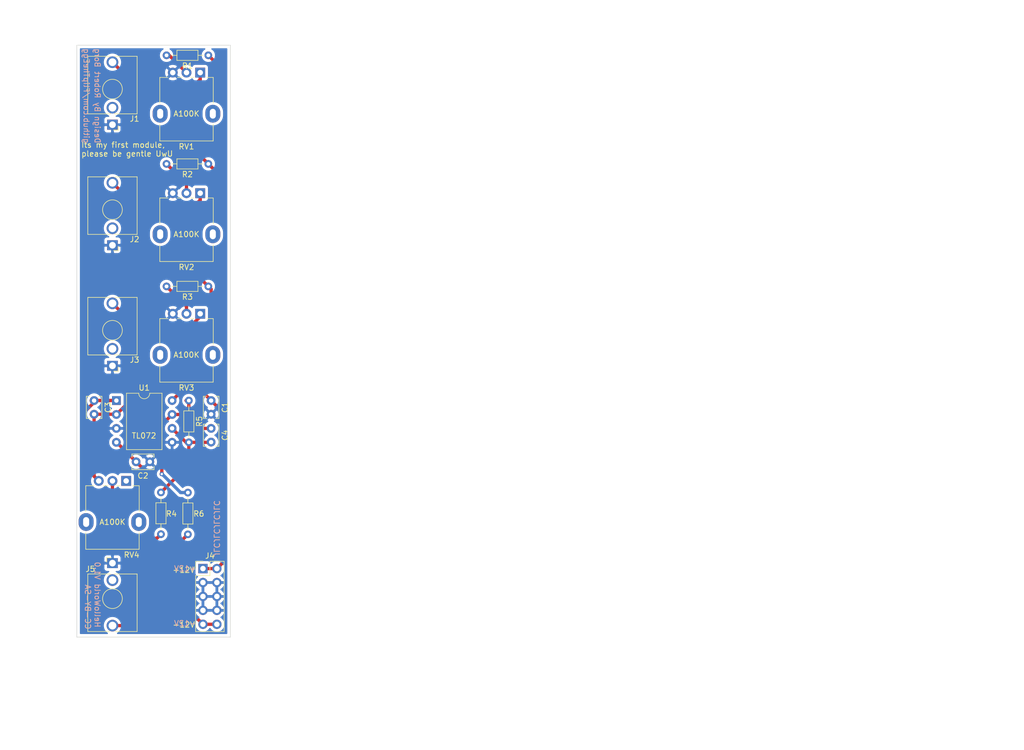
<source format=kicad_pcb>
(kicad_pcb (version 20171130) (host pcbnew "(5.1.6-0-10_14)")

  (general
    (thickness 1.6)
    (drawings 33)
    (tracks 99)
    (zones 0)
    (modules 22)
    (nets 16)
  )

  (page A4)
  (layers
    (0 F.Cu signal)
    (31 B.Cu signal)
    (32 B.Adhes user)
    (33 F.Adhes user)
    (34 B.Paste user)
    (35 F.Paste user)
    (36 B.SilkS user)
    (37 F.SilkS user)
    (38 B.Mask user)
    (39 F.Mask user)
    (40 Dwgs.User user)
    (41 Cmts.User user)
    (42 Eco1.User user)
    (43 Eco2.User user)
    (44 Edge.Cuts user)
    (45 Margin user)
    (46 B.CrtYd user)
    (47 F.CrtYd user)
    (48 B.Fab user)
    (49 F.Fab user)
  )

  (setup
    (last_trace_width 0.25)
    (user_trace_width 0.6)
    (trace_clearance 0.2)
    (zone_clearance 0.508)
    (zone_45_only no)
    (trace_min 0.2)
    (via_size 0.8)
    (via_drill 0.4)
    (via_min_size 0.4)
    (via_min_drill 0.3)
    (uvia_size 0.3)
    (uvia_drill 0.1)
    (uvias_allowed no)
    (uvia_min_size 0.2)
    (uvia_min_drill 0.1)
    (edge_width 0.1)
    (segment_width 0.2)
    (pcb_text_width 0.3)
    (pcb_text_size 1.5 1.5)
    (mod_edge_width 0.15)
    (mod_text_size 1 1)
    (mod_text_width 0.15)
    (pad_size 7.7 7.7)
    (pad_drill 6.2)
    (pad_to_mask_clearance 0)
    (aux_axis_origin 0 0)
    (visible_elements FFFFFF7F)
    (pcbplotparams
      (layerselection 0x010f0_ffffffff)
      (usegerberextensions false)
      (usegerberattributes false)
      (usegerberadvancedattributes false)
      (creategerberjobfile false)
      (excludeedgelayer true)
      (linewidth 0.100000)
      (plotframeref false)
      (viasonmask false)
      (mode 1)
      (useauxorigin false)
      (hpglpennumber 1)
      (hpglpenspeed 20)
      (hpglpendiameter 15.000000)
      (psnegative false)
      (psa4output false)
      (plotreference true)
      (plotvalue false)
      (plotinvisibletext false)
      (padsonsilk true)
      (subtractmaskfromsilk false)
      (outputformat 1)
      (mirror false)
      (drillshape 0)
      (scaleselection 1)
      (outputdirectory "gerber-noPanel/"))
  )

  (net 0 "")
  (net 1 +12V)
  (net 2 GND)
  (net 3 -12V)
  (net 4 "Net-(C3-Pad1)")
  (net 5 "Net-(C3-Pad2)")
  (net 6 "Net-(C4-Pad2)")
  (net 7 "Net-(C4-Pad1)")
  (net 8 "Net-(J1-PadT)")
  (net 9 "Net-(J2-PadT)")
  (net 10 "Net-(J3-PadT)")
  (net 11 "Net-(J5-PadT)")
  (net 12 "Net-(R1-Pad2)")
  (net 13 "Net-(R2-Pad2)")
  (net 14 "Net-(R3-Pad2)")
  (net 15 "Net-(RV4-Pad1)")

  (net_class Default "This is the default net class."
    (clearance 0.2)
    (trace_width 0.25)
    (via_dia 0.8)
    (via_drill 0.4)
    (uvia_dia 0.3)
    (uvia_drill 0.1)
    (add_net +12V)
    (add_net -12V)
    (add_net GND)
    (add_net "Net-(C3-Pad1)")
    (add_net "Net-(C3-Pad2)")
    (add_net "Net-(C4-Pad1)")
    (add_net "Net-(C4-Pad2)")
    (add_net "Net-(J1-PadT)")
    (add_net "Net-(J2-PadT)")
    (add_net "Net-(J3-PadT)")
    (add_net "Net-(J5-PadT)")
    (add_net "Net-(R1-Pad2)")
    (add_net "Net-(R2-Pad2)")
    (add_net "Net-(R3-Pad2)")
    (add_net "Net-(RV4-Pad1)")
  )

  (module Package_DIP:DIP-8_W10.16mm (layer F.Cu) (tedit 5A02E8C5) (tstamp 5F1ABD0B)
    (at 77.216 84.836)
    (descr "8-lead though-hole mounted DIP package, row spacing 10.16 mm (400 mils)")
    (tags "THT DIP DIL PDIP 2.54mm 10.16mm 400mil")
    (path /5F0C0A09)
    (fp_text reference U1 (at 5.08 -2.33) (layer F.SilkS)
      (effects (font (size 1 1) (thickness 0.15)))
    )
    (fp_text value TL072 (at 5.08 9.95) (layer F.Fab)
      (effects (font (size 1 1) (thickness 0.15)))
    )
    (fp_line (start 11.25 -1.55) (end -1.05 -1.55) (layer F.CrtYd) (width 0.05))
    (fp_line (start 11.25 9.15) (end 11.25 -1.55) (layer F.CrtYd) (width 0.05))
    (fp_line (start -1.05 9.15) (end 11.25 9.15) (layer F.CrtYd) (width 0.05))
    (fp_line (start -1.05 -1.55) (end -1.05 9.15) (layer F.CrtYd) (width 0.05))
    (fp_line (start 8.315 -1.33) (end 6.08 -1.33) (layer F.SilkS) (width 0.12))
    (fp_line (start 8.315 8.95) (end 8.315 -1.33) (layer F.SilkS) (width 0.12))
    (fp_line (start 1.845 8.95) (end 8.315 8.95) (layer F.SilkS) (width 0.12))
    (fp_line (start 1.845 -1.33) (end 1.845 8.95) (layer F.SilkS) (width 0.12))
    (fp_line (start 4.08 -1.33) (end 1.845 -1.33) (layer F.SilkS) (width 0.12))
    (fp_line (start 1.905 -0.27) (end 2.905 -1.27) (layer F.Fab) (width 0.1))
    (fp_line (start 1.905 8.89) (end 1.905 -0.27) (layer F.Fab) (width 0.1))
    (fp_line (start 8.255 8.89) (end 1.905 8.89) (layer F.Fab) (width 0.1))
    (fp_line (start 8.255 -1.27) (end 8.255 8.89) (layer F.Fab) (width 0.1))
    (fp_line (start 2.905 -1.27) (end 8.255 -1.27) (layer F.Fab) (width 0.1))
    (fp_text user %R (at 5.08 3.81) (layer F.Fab)
      (effects (font (size 1 1) (thickness 0.15)))
    )
    (fp_arc (start 5.08 -1.33) (end 4.08 -1.33) (angle -180) (layer F.SilkS) (width 0.12))
    (pad 8 thru_hole oval (at 10.16 0) (size 1.6 1.6) (drill 0.8) (layers *.Cu *.Mask)
      (net 1 +12V))
    (pad 4 thru_hole oval (at 0 7.62) (size 1.6 1.6) (drill 0.8) (layers *.Cu *.Mask)
      (net 3 -12V))
    (pad 7 thru_hole oval (at 10.16 2.54) (size 1.6 1.6) (drill 0.8) (layers *.Cu *.Mask)
      (net 7 "Net-(C4-Pad1)"))
    (pad 3 thru_hole oval (at 0 5.08) (size 1.6 1.6) (drill 0.8) (layers *.Cu *.Mask)
      (net 2 GND))
    (pad 6 thru_hole oval (at 10.16 5.08) (size 1.6 1.6) (drill 0.8) (layers *.Cu *.Mask)
      (net 6 "Net-(C4-Pad2)"))
    (pad 2 thru_hole oval (at 0 2.54) (size 1.6 1.6) (drill 0.8) (layers *.Cu *.Mask)
      (net 5 "Net-(C3-Pad2)"))
    (pad 5 thru_hole oval (at 10.16 7.62) (size 1.6 1.6) (drill 0.8) (layers *.Cu *.Mask)
      (net 2 GND))
    (pad 1 thru_hole rect (at 0 0) (size 1.6 1.6) (drill 0.8) (layers *.Cu *.Mask)
      (net 4 "Net-(C3-Pad1)"))
    (model ${KISYS3DMOD}/Package_DIP.3dshapes/DIP-8_W10.16mm.wrl
      (at (xyz 0 0 0))
      (scale (xyz 1 1 1))
      (rotate (xyz 0 0 0))
    )
  )

  (module Capacitor_THT:C_Disc_D3.8mm_W2.6mm_P2.50mm (layer F.Cu) (tedit 5AE50EF0) (tstamp 5F1ABB0E)
    (at 94.488 84.836 270)
    (descr "C, Disc series, Radial, pin pitch=2.50mm, , diameter*width=3.8*2.6mm^2, Capacitor, http://www.vishay.com/docs/45233/krseries.pdf")
    (tags "C Disc series Radial pin pitch 2.50mm  diameter 3.8mm width 2.6mm Capacitor")
    (path /5F0BDB5F)
    (fp_text reference C1 (at 1.25 -2.55 90) (layer F.SilkS)
      (effects (font (size 1 1) (thickness 0.15)))
    )
    (fp_text value .1uF (at 1.25 2.55 90) (layer F.Fab)
      (effects (font (size 1 1) (thickness 0.15)))
    )
    (fp_line (start 3.55 -1.55) (end -1.05 -1.55) (layer F.CrtYd) (width 0.05))
    (fp_line (start 3.55 1.55) (end 3.55 -1.55) (layer F.CrtYd) (width 0.05))
    (fp_line (start -1.05 1.55) (end 3.55 1.55) (layer F.CrtYd) (width 0.05))
    (fp_line (start -1.05 -1.55) (end -1.05 1.55) (layer F.CrtYd) (width 0.05))
    (fp_line (start 3.27 0.795) (end 3.27 1.42) (layer F.SilkS) (width 0.12))
    (fp_line (start 3.27 -1.42) (end 3.27 -0.795) (layer F.SilkS) (width 0.12))
    (fp_line (start -0.77 0.795) (end -0.77 1.42) (layer F.SilkS) (width 0.12))
    (fp_line (start -0.77 -1.42) (end -0.77 -0.795) (layer F.SilkS) (width 0.12))
    (fp_line (start -0.77 1.42) (end 3.27 1.42) (layer F.SilkS) (width 0.12))
    (fp_line (start -0.77 -1.42) (end 3.27 -1.42) (layer F.SilkS) (width 0.12))
    (fp_line (start 3.15 -1.3) (end -0.65 -1.3) (layer F.Fab) (width 0.1))
    (fp_line (start 3.15 1.3) (end 3.15 -1.3) (layer F.Fab) (width 0.1))
    (fp_line (start -0.65 1.3) (end 3.15 1.3) (layer F.Fab) (width 0.1))
    (fp_line (start -0.65 -1.3) (end -0.65 1.3) (layer F.Fab) (width 0.1))
    (fp_text user %R (at 1.25 0 90) (layer F.Fab)
      (effects (font (size 0.76 0.76) (thickness 0.114)))
    )
    (pad 2 thru_hole circle (at 2.5 0 270) (size 1.6 1.6) (drill 0.8) (layers *.Cu *.Mask)
      (net 2 GND))
    (pad 1 thru_hole circle (at 0 0 270) (size 1.6 1.6) (drill 0.8) (layers *.Cu *.Mask)
      (net 1 +12V))
    (model ${KISYS3DMOD}/Capacitor_THT.3dshapes/C_Disc_D3.8mm_W2.6mm_P2.50mm.wrl
      (at (xyz 0 0 0))
      (scale (xyz 1 1 1))
      (rotate (xyz 0 0 0))
    )
  )

  (module Capacitor_THT:C_Disc_D3.8mm_W2.6mm_P2.50mm (layer F.Cu) (tedit 5AE50EF0) (tstamp 5F1C60AF)
    (at 83.312 96.012 180)
    (descr "C, Disc series, Radial, pin pitch=2.50mm, , diameter*width=3.8*2.6mm^2, Capacitor, http://www.vishay.com/docs/45233/krseries.pdf")
    (tags "C Disc series Radial pin pitch 2.50mm  diameter 3.8mm width 2.6mm Capacitor")
    (path /5F0BE437)
    (fp_text reference C2 (at 1.25 -2.55) (layer F.SilkS)
      (effects (font (size 1 1) (thickness 0.15)))
    )
    (fp_text value .1uF (at 1.25 2.55) (layer F.Fab)
      (effects (font (size 1 1) (thickness 0.15)))
    )
    (fp_line (start 3.55 -1.55) (end -1.05 -1.55) (layer F.CrtYd) (width 0.05))
    (fp_line (start 3.55 1.55) (end 3.55 -1.55) (layer F.CrtYd) (width 0.05))
    (fp_line (start -1.05 1.55) (end 3.55 1.55) (layer F.CrtYd) (width 0.05))
    (fp_line (start -1.05 -1.55) (end -1.05 1.55) (layer F.CrtYd) (width 0.05))
    (fp_line (start 3.27 0.795) (end 3.27 1.42) (layer F.SilkS) (width 0.12))
    (fp_line (start 3.27 -1.42) (end 3.27 -0.795) (layer F.SilkS) (width 0.12))
    (fp_line (start -0.77 0.795) (end -0.77 1.42) (layer F.SilkS) (width 0.12))
    (fp_line (start -0.77 -1.42) (end -0.77 -0.795) (layer F.SilkS) (width 0.12))
    (fp_line (start -0.77 1.42) (end 3.27 1.42) (layer F.SilkS) (width 0.12))
    (fp_line (start -0.77 -1.42) (end 3.27 -1.42) (layer F.SilkS) (width 0.12))
    (fp_line (start 3.15 -1.3) (end -0.65 -1.3) (layer F.Fab) (width 0.1))
    (fp_line (start 3.15 1.3) (end 3.15 -1.3) (layer F.Fab) (width 0.1))
    (fp_line (start -0.65 1.3) (end 3.15 1.3) (layer F.Fab) (width 0.1))
    (fp_line (start -0.65 -1.3) (end -0.65 1.3) (layer F.Fab) (width 0.1))
    (fp_text user %R (at 1.25 0) (layer F.Fab)
      (effects (font (size 0.76 0.76) (thickness 0.114)))
    )
    (pad 2 thru_hole circle (at 2.5 0 180) (size 1.6 1.6) (drill 0.8) (layers *.Cu *.Mask)
      (net 3 -12V))
    (pad 1 thru_hole circle (at 0 0 180) (size 1.6 1.6) (drill 0.8) (layers *.Cu *.Mask)
      (net 2 GND))
    (model ${KISYS3DMOD}/Capacitor_THT.3dshapes/C_Disc_D3.8mm_W2.6mm_P2.50mm.wrl
      (at (xyz 0 0 0))
      (scale (xyz 1 1 1))
      (rotate (xyz 0 0 0))
    )
  )

  (module Capacitor_THT:C_Disc_D3.8mm_W2.6mm_P2.50mm (layer F.Cu) (tedit 5AE50EF0) (tstamp 5F1ABB38)
    (at 73.152 84.836 270)
    (descr "C, Disc series, Radial, pin pitch=2.50mm, , diameter*width=3.8*2.6mm^2, Capacitor, http://www.vishay.com/docs/45233/krseries.pdf")
    (tags "C Disc series Radial pin pitch 2.50mm  diameter 3.8mm width 2.6mm Capacitor")
    (path /5F0E78A3)
    (fp_text reference C3 (at 1.25 -2.55 90) (layer F.SilkS)
      (effects (font (size 1 1) (thickness 0.15)))
    )
    (fp_text value 47pF (at 1.25 2.55 90) (layer F.Fab)
      (effects (font (size 1 1) (thickness 0.15)))
    )
    (fp_line (start 3.55 -1.55) (end -1.05 -1.55) (layer F.CrtYd) (width 0.05))
    (fp_line (start 3.55 1.55) (end 3.55 -1.55) (layer F.CrtYd) (width 0.05))
    (fp_line (start -1.05 1.55) (end 3.55 1.55) (layer F.CrtYd) (width 0.05))
    (fp_line (start -1.05 -1.55) (end -1.05 1.55) (layer F.CrtYd) (width 0.05))
    (fp_line (start 3.27 0.795) (end 3.27 1.42) (layer F.SilkS) (width 0.12))
    (fp_line (start 3.27 -1.42) (end 3.27 -0.795) (layer F.SilkS) (width 0.12))
    (fp_line (start -0.77 0.795) (end -0.77 1.42) (layer F.SilkS) (width 0.12))
    (fp_line (start -0.77 -1.42) (end -0.77 -0.795) (layer F.SilkS) (width 0.12))
    (fp_line (start -0.77 1.42) (end 3.27 1.42) (layer F.SilkS) (width 0.12))
    (fp_line (start -0.77 -1.42) (end 3.27 -1.42) (layer F.SilkS) (width 0.12))
    (fp_line (start 3.15 -1.3) (end -0.65 -1.3) (layer F.Fab) (width 0.1))
    (fp_line (start 3.15 1.3) (end 3.15 -1.3) (layer F.Fab) (width 0.1))
    (fp_line (start -0.65 1.3) (end 3.15 1.3) (layer F.Fab) (width 0.1))
    (fp_line (start -0.65 -1.3) (end -0.65 1.3) (layer F.Fab) (width 0.1))
    (fp_text user %R (at 1.25 0 90) (layer F.Fab)
      (effects (font (size 0.76 0.76) (thickness 0.114)))
    )
    (pad 2 thru_hole circle (at 2.5 0 270) (size 1.6 1.6) (drill 0.8) (layers *.Cu *.Mask)
      (net 5 "Net-(C3-Pad2)"))
    (pad 1 thru_hole circle (at 0 0 270) (size 1.6 1.6) (drill 0.8) (layers *.Cu *.Mask)
      (net 4 "Net-(C3-Pad1)"))
    (model ${KISYS3DMOD}/Capacitor_THT.3dshapes/C_Disc_D3.8mm_W2.6mm_P2.50mm.wrl
      (at (xyz 0 0 0))
      (scale (xyz 1 1 1))
      (rotate (xyz 0 0 0))
    )
  )

  (module Capacitor_THT:C_Disc_D3.8mm_W2.6mm_P2.50mm (layer F.Cu) (tedit 5AE50EF0) (tstamp 5F1ABB4D)
    (at 94.488 89.916 270)
    (descr "C, Disc series, Radial, pin pitch=2.50mm, , diameter*width=3.8*2.6mm^2, Capacitor, http://www.vishay.com/docs/45233/krseries.pdf")
    (tags "C Disc series Radial pin pitch 2.50mm  diameter 3.8mm width 2.6mm Capacitor")
    (path /5F0F226D)
    (fp_text reference C4 (at 1.25 -2.55 90) (layer F.SilkS)
      (effects (font (size 1 1) (thickness 0.15)))
    )
    (fp_text value 47pF (at 1.25 2.55 90) (layer F.Fab)
      (effects (font (size 1 1) (thickness 0.15)))
    )
    (fp_line (start 3.55 -1.55) (end -1.05 -1.55) (layer F.CrtYd) (width 0.05))
    (fp_line (start 3.55 1.55) (end 3.55 -1.55) (layer F.CrtYd) (width 0.05))
    (fp_line (start -1.05 1.55) (end 3.55 1.55) (layer F.CrtYd) (width 0.05))
    (fp_line (start -1.05 -1.55) (end -1.05 1.55) (layer F.CrtYd) (width 0.05))
    (fp_line (start 3.27 0.795) (end 3.27 1.42) (layer F.SilkS) (width 0.12))
    (fp_line (start 3.27 -1.42) (end 3.27 -0.795) (layer F.SilkS) (width 0.12))
    (fp_line (start -0.77 0.795) (end -0.77 1.42) (layer F.SilkS) (width 0.12))
    (fp_line (start -0.77 -1.42) (end -0.77 -0.795) (layer F.SilkS) (width 0.12))
    (fp_line (start -0.77 1.42) (end 3.27 1.42) (layer F.SilkS) (width 0.12))
    (fp_line (start -0.77 -1.42) (end 3.27 -1.42) (layer F.SilkS) (width 0.12))
    (fp_line (start 3.15 -1.3) (end -0.65 -1.3) (layer F.Fab) (width 0.1))
    (fp_line (start 3.15 1.3) (end 3.15 -1.3) (layer F.Fab) (width 0.1))
    (fp_line (start -0.65 1.3) (end 3.15 1.3) (layer F.Fab) (width 0.1))
    (fp_line (start -0.65 -1.3) (end -0.65 1.3) (layer F.Fab) (width 0.1))
    (fp_text user %R (at 1.25 0 90) (layer F.Fab)
      (effects (font (size 0.76 0.76) (thickness 0.114)))
    )
    (pad 2 thru_hole circle (at 2.5 0 270) (size 1.6 1.6) (drill 0.8) (layers *.Cu *.Mask)
      (net 6 "Net-(C4-Pad2)"))
    (pad 1 thru_hole circle (at 0 0 270) (size 1.6 1.6) (drill 0.8) (layers *.Cu *.Mask)
      (net 7 "Net-(C4-Pad1)"))
    (model ${KISYS3DMOD}/Capacitor_THT.3dshapes/C_Disc_D3.8mm_W2.6mm_P2.50mm.wrl
      (at (xyz 0 0 0))
      (scale (xyz 1 1 1))
      (rotate (xyz 0 0 0))
    )
  )

  (module Connector_Audio:Jack_3.5mm_QingPu_WQP-PJ398SM_Vertical_CircularHoles (layer F.Cu) (tedit 5C2B6BB2) (tstamp 5F1ABB6F)
    (at 76.5 34.5 180)
    (descr "TRS 3.5mm, vertical, Thonkiconn, PCB mount, (http://www.qingpu-electronics.com/en/products/WQP-PJ398SM-362.html)")
    (tags "WQP-PJ398SM WQP-PJ301M-12 TRS 3.5mm mono vertical jack thonkiconn qingpu")
    (path /5F0C905C)
    (fp_text reference J1 (at -4.03 1.08 180) (layer F.SilkS)
      (effects (font (size 1 1) (thickness 0.15)))
    )
    (fp_text value IN1 (at 0 5 180) (layer F.Fab)
      (effects (font (size 1 1) (thickness 0.15)))
    )
    (fp_line (start 0 0) (end 0 2.03) (layer F.Fab) (width 0.1))
    (fp_circle (center 0 6.48) (end 1.8 6.48) (layer F.Fab) (width 0.1))
    (fp_line (start 4.5 2.03) (end -4.5 2.03) (layer F.Fab) (width 0.1))
    (fp_line (start 5 -1.42) (end -5 -1.42) (layer F.CrtYd) (width 0.05))
    (fp_line (start 5 12.98) (end -5 12.98) (layer F.CrtYd) (width 0.05))
    (fp_line (start 5 12.98) (end 5 -1.42) (layer F.CrtYd) (width 0.05))
    (fp_line (start 4.5 12.48) (end -4.5 12.48) (layer F.Fab) (width 0.1))
    (fp_line (start 4.5 12.48) (end 4.5 2.08) (layer F.Fab) (width 0.1))
    (fp_line (start -1.06 -1) (end -0.2 -1) (layer F.SilkS) (width 0.12))
    (fp_line (start -1.06 -1) (end -1.06 -0.2) (layer F.SilkS) (width 0.12))
    (fp_circle (center 0 6.48) (end 1.8 6.48) (layer F.SilkS) (width 0.12))
    (fp_line (start -0.35 1.98) (end -4.5 1.98) (layer F.SilkS) (width 0.12))
    (fp_line (start 4.5 1.98) (end 0.35 1.98) (layer F.SilkS) (width 0.12))
    (fp_line (start -0.5 12.48) (end -4.5 12.48) (layer F.SilkS) (width 0.12))
    (fp_line (start 4.5 12.48) (end 0.5 12.48) (layer F.SilkS) (width 0.12))
    (fp_line (start -1.41 6.02) (end -0.46 5.07) (layer Dwgs.User) (width 0.12))
    (fp_line (start -1.42 6.875) (end 0.4 5.06) (layer Dwgs.User) (width 0.12))
    (fp_line (start -1.07 7.49) (end 1.01 5.41) (layer Dwgs.User) (width 0.12))
    (fp_line (start -0.58 7.83) (end 1.36 5.89) (layer Dwgs.User) (width 0.12))
    (fp_line (start 0.09 7.96) (end 1.48 6.57) (layer Dwgs.User) (width 0.12))
    (fp_circle (center 0 6.48) (end 1.5 6.48) (layer Dwgs.User) (width 0.12))
    (fp_line (start 4.5 1.98) (end 4.5 12.48) (layer F.SilkS) (width 0.12))
    (fp_line (start -4.5 1.98) (end -4.5 12.48) (layer F.SilkS) (width 0.12))
    (fp_line (start -4.5 12.48) (end -4.5 2.08) (layer F.Fab) (width 0.1))
    (fp_line (start -5 12.98) (end -5 -1.42) (layer F.CrtYd) (width 0.05))
    (fp_text user %R (at 0 8 180) (layer F.Fab)
      (effects (font (size 1 1) (thickness 0.15)))
    )
    (fp_text user KEEPOUT (at 0 6.48) (layer Cmts.User)
      (effects (font (size 0.4 0.4) (thickness 0.051)))
    )
    (pad T thru_hole circle (at 0 11.4) (size 2.13 2.13) (drill 1.43) (layers *.Cu *.Mask)
      (net 8 "Net-(J1-PadT)"))
    (pad S thru_hole rect (at 0 0) (size 1.93 1.83) (drill 1.22) (layers *.Cu *.Mask)
      (net 2 GND))
    (pad TN thru_hole circle (at 0 3.1) (size 2.13 2.13) (drill 1.42) (layers *.Cu *.Mask))
    (model ${KISYS3DMOD}/Connector_Audio.3dshapes/Jack_3.5mm_QingPu_WQP-PJ398SM_Vertical.wrl
      (at (xyz 0 0 0))
      (scale (xyz 1 1 1))
      (rotate (xyz 0 0 0))
    )
  )

  (module Connector_Audio:Jack_3.5mm_QingPu_WQP-PJ398SM_Vertical_CircularHoles (layer F.Cu) (tedit 5C2B6BB2) (tstamp 5F1ABB91)
    (at 76.5 56.5 180)
    (descr "TRS 3.5mm, vertical, Thonkiconn, PCB mount, (http://www.qingpu-electronics.com/en/products/WQP-PJ398SM-362.html)")
    (tags "WQP-PJ398SM WQP-PJ301M-12 TRS 3.5mm mono vertical jack thonkiconn qingpu")
    (path /5F0C97F0)
    (fp_text reference J2 (at -4.03 1.08 180) (layer F.SilkS)
      (effects (font (size 1 1) (thickness 0.15)))
    )
    (fp_text value IN2 (at 0 5 180) (layer F.Fab)
      (effects (font (size 1 1) (thickness 0.15)))
    )
    (fp_line (start 0 0) (end 0 2.03) (layer F.Fab) (width 0.1))
    (fp_circle (center 0 6.48) (end 1.8 6.48) (layer F.Fab) (width 0.1))
    (fp_line (start 4.5 2.03) (end -4.5 2.03) (layer F.Fab) (width 0.1))
    (fp_line (start 5 -1.42) (end -5 -1.42) (layer F.CrtYd) (width 0.05))
    (fp_line (start 5 12.98) (end -5 12.98) (layer F.CrtYd) (width 0.05))
    (fp_line (start 5 12.98) (end 5 -1.42) (layer F.CrtYd) (width 0.05))
    (fp_line (start 4.5 12.48) (end -4.5 12.48) (layer F.Fab) (width 0.1))
    (fp_line (start 4.5 12.48) (end 4.5 2.08) (layer F.Fab) (width 0.1))
    (fp_line (start -1.06 -1) (end -0.2 -1) (layer F.SilkS) (width 0.12))
    (fp_line (start -1.06 -1) (end -1.06 -0.2) (layer F.SilkS) (width 0.12))
    (fp_circle (center 0 6.48) (end 1.8 6.48) (layer F.SilkS) (width 0.12))
    (fp_line (start -0.35 1.98) (end -4.5 1.98) (layer F.SilkS) (width 0.12))
    (fp_line (start 4.5 1.98) (end 0.35 1.98) (layer F.SilkS) (width 0.12))
    (fp_line (start -0.5 12.48) (end -4.5 12.48) (layer F.SilkS) (width 0.12))
    (fp_line (start 4.5 12.48) (end 0.5 12.48) (layer F.SilkS) (width 0.12))
    (fp_line (start -1.41 6.02) (end -0.46 5.07) (layer Dwgs.User) (width 0.12))
    (fp_line (start -1.42 6.875) (end 0.4 5.06) (layer Dwgs.User) (width 0.12))
    (fp_line (start -1.07 7.49) (end 1.01 5.41) (layer Dwgs.User) (width 0.12))
    (fp_line (start -0.58 7.83) (end 1.36 5.89) (layer Dwgs.User) (width 0.12))
    (fp_line (start 0.09 7.96) (end 1.48 6.57) (layer Dwgs.User) (width 0.12))
    (fp_circle (center 0 6.48) (end 1.5 6.48) (layer Dwgs.User) (width 0.12))
    (fp_line (start 4.5 1.98) (end 4.5 12.48) (layer F.SilkS) (width 0.12))
    (fp_line (start -4.5 1.98) (end -4.5 12.48) (layer F.SilkS) (width 0.12))
    (fp_line (start -4.5 12.48) (end -4.5 2.08) (layer F.Fab) (width 0.1))
    (fp_line (start -5 12.98) (end -5 -1.42) (layer F.CrtYd) (width 0.05))
    (fp_text user %R (at 0 8 180) (layer F.Fab)
      (effects (font (size 1 1) (thickness 0.15)))
    )
    (fp_text user KEEPOUT (at 0 6.48) (layer Cmts.User)
      (effects (font (size 0.4 0.4) (thickness 0.051)))
    )
    (pad T thru_hole circle (at 0 11.4) (size 2.13 2.13) (drill 1.43) (layers *.Cu *.Mask)
      (net 9 "Net-(J2-PadT)"))
    (pad S thru_hole rect (at 0 0) (size 1.93 1.83) (drill 1.22) (layers *.Cu *.Mask)
      (net 2 GND))
    (pad TN thru_hole circle (at 0 3.1) (size 2.13 2.13) (drill 1.42) (layers *.Cu *.Mask))
    (model ${KISYS3DMOD}/Connector_Audio.3dshapes/Jack_3.5mm_QingPu_WQP-PJ398SM_Vertical.wrl
      (at (xyz 0 0 0))
      (scale (xyz 1 1 1))
      (rotate (xyz 0 0 0))
    )
  )

  (module Connector_Audio:Jack_3.5mm_QingPu_WQP-PJ398SM_Vertical_CircularHoles (layer F.Cu) (tedit 5C2B6BB2) (tstamp 5F1ABBB3)
    (at 76.5 78.5 180)
    (descr "TRS 3.5mm, vertical, Thonkiconn, PCB mount, (http://www.qingpu-electronics.com/en/products/WQP-PJ398SM-362.html)")
    (tags "WQP-PJ398SM WQP-PJ301M-12 TRS 3.5mm mono vertical jack thonkiconn qingpu")
    (path /5F0C9D69)
    (fp_text reference J3 (at -4.03 1.08 180) (layer F.SilkS)
      (effects (font (size 1 1) (thickness 0.15)))
    )
    (fp_text value IN3 (at 0 5 180) (layer F.Fab)
      (effects (font (size 1 1) (thickness 0.15)))
    )
    (fp_line (start 0 0) (end 0 2.03) (layer F.Fab) (width 0.1))
    (fp_circle (center 0 6.48) (end 1.8 6.48) (layer F.Fab) (width 0.1))
    (fp_line (start 4.5 2.03) (end -4.5 2.03) (layer F.Fab) (width 0.1))
    (fp_line (start 5 -1.42) (end -5 -1.42) (layer F.CrtYd) (width 0.05))
    (fp_line (start 5 12.98) (end -5 12.98) (layer F.CrtYd) (width 0.05))
    (fp_line (start 5 12.98) (end 5 -1.42) (layer F.CrtYd) (width 0.05))
    (fp_line (start 4.5 12.48) (end -4.5 12.48) (layer F.Fab) (width 0.1))
    (fp_line (start 4.5 12.48) (end 4.5 2.08) (layer F.Fab) (width 0.1))
    (fp_line (start -1.06 -1) (end -0.2 -1) (layer F.SilkS) (width 0.12))
    (fp_line (start -1.06 -1) (end -1.06 -0.2) (layer F.SilkS) (width 0.12))
    (fp_circle (center 0 6.48) (end 1.8 6.48) (layer F.SilkS) (width 0.12))
    (fp_line (start -0.35 1.98) (end -4.5 1.98) (layer F.SilkS) (width 0.12))
    (fp_line (start 4.5 1.98) (end 0.35 1.98) (layer F.SilkS) (width 0.12))
    (fp_line (start -0.5 12.48) (end -4.5 12.48) (layer F.SilkS) (width 0.12))
    (fp_line (start 4.5 12.48) (end 0.5 12.48) (layer F.SilkS) (width 0.12))
    (fp_line (start -1.41 6.02) (end -0.46 5.07) (layer Dwgs.User) (width 0.12))
    (fp_line (start -1.42 6.875) (end 0.4 5.06) (layer Dwgs.User) (width 0.12))
    (fp_line (start -1.07 7.49) (end 1.01 5.41) (layer Dwgs.User) (width 0.12))
    (fp_line (start -0.58 7.83) (end 1.36 5.89) (layer Dwgs.User) (width 0.12))
    (fp_line (start 0.09 7.96) (end 1.48 6.57) (layer Dwgs.User) (width 0.12))
    (fp_circle (center 0 6.48) (end 1.5 6.48) (layer Dwgs.User) (width 0.12))
    (fp_line (start 4.5 1.98) (end 4.5 12.48) (layer F.SilkS) (width 0.12))
    (fp_line (start -4.5 1.98) (end -4.5 12.48) (layer F.SilkS) (width 0.12))
    (fp_line (start -4.5 12.48) (end -4.5 2.08) (layer F.Fab) (width 0.1))
    (fp_line (start -5 12.98) (end -5 -1.42) (layer F.CrtYd) (width 0.05))
    (fp_text user %R (at 0 8 180) (layer F.Fab)
      (effects (font (size 1 1) (thickness 0.15)))
    )
    (fp_text user KEEPOUT (at 0 6.48) (layer Cmts.User)
      (effects (font (size 0.4 0.4) (thickness 0.051)))
    )
    (pad T thru_hole circle (at 0 11.4) (size 2.13 2.13) (drill 1.43) (layers *.Cu *.Mask)
      (net 10 "Net-(J3-PadT)"))
    (pad S thru_hole rect (at 0 0) (size 1.93 1.83) (drill 1.22) (layers *.Cu *.Mask)
      (net 2 GND))
    (pad TN thru_hole circle (at 0 3.1) (size 2.13 2.13) (drill 1.42) (layers *.Cu *.Mask))
    (model ${KISYS3DMOD}/Connector_Audio.3dshapes/Jack_3.5mm_QingPu_WQP-PJ398SM_Vertical.wrl
      (at (xyz 0 0 0))
      (scale (xyz 1 1 1))
      (rotate (xyz 0 0 0))
    )
  )

  (module Connector_PinHeader_2.54mm:PinHeader_2x05_P2.54mm_Vertical (layer F.Cu) (tedit 59FED5CC) (tstamp 5F1ABBD3)
    (at 93 115.5)
    (descr "Through hole straight pin header, 2x05, 2.54mm pitch, double rows")
    (tags "Through hole pin header THT 2x05 2.54mm double row")
    (path /5F11DE15)
    (fp_text reference J4 (at 1.27 -2.33) (layer F.SilkS)
      (effects (font (size 1 1) (thickness 0.15)))
    )
    (fp_text value Conn_02x05_Odd_Even (at 1.27 12.49) (layer F.Fab)
      (effects (font (size 1 1) (thickness 0.15)))
    )
    (fp_line (start 4.35 -1.8) (end -1.8 -1.8) (layer F.CrtYd) (width 0.05))
    (fp_line (start 4.35 11.95) (end 4.35 -1.8) (layer F.CrtYd) (width 0.05))
    (fp_line (start -1.8 11.95) (end 4.35 11.95) (layer F.CrtYd) (width 0.05))
    (fp_line (start -1.8 -1.8) (end -1.8 11.95) (layer F.CrtYd) (width 0.05))
    (fp_line (start -1.33 -1.33) (end 0 -1.33) (layer F.SilkS) (width 0.12))
    (fp_line (start -1.33 0) (end -1.33 -1.33) (layer F.SilkS) (width 0.12))
    (fp_line (start 1.27 -1.33) (end 3.87 -1.33) (layer F.SilkS) (width 0.12))
    (fp_line (start 1.27 1.27) (end 1.27 -1.33) (layer F.SilkS) (width 0.12))
    (fp_line (start -1.33 1.27) (end 1.27 1.27) (layer F.SilkS) (width 0.12))
    (fp_line (start 3.87 -1.33) (end 3.87 11.49) (layer F.SilkS) (width 0.12))
    (fp_line (start -1.33 1.27) (end -1.33 11.49) (layer F.SilkS) (width 0.12))
    (fp_line (start -1.33 11.49) (end 3.87 11.49) (layer F.SilkS) (width 0.12))
    (fp_line (start -1.27 0) (end 0 -1.27) (layer F.Fab) (width 0.1))
    (fp_line (start -1.27 11.43) (end -1.27 0) (layer F.Fab) (width 0.1))
    (fp_line (start 3.81 11.43) (end -1.27 11.43) (layer F.Fab) (width 0.1))
    (fp_line (start 3.81 -1.27) (end 3.81 11.43) (layer F.Fab) (width 0.1))
    (fp_line (start 0 -1.27) (end 3.81 -1.27) (layer F.Fab) (width 0.1))
    (fp_text user %R (at 1.27 5.08 90) (layer F.Fab)
      (effects (font (size 1 1) (thickness 0.15)))
    )
    (pad 10 thru_hole oval (at 2.54 10.16) (size 1.7 1.7) (drill 1) (layers *.Cu *.Mask)
      (net 3 -12V))
    (pad 9 thru_hole oval (at 0 10.16) (size 1.7 1.7) (drill 1) (layers *.Cu *.Mask)
      (net 3 -12V))
    (pad 8 thru_hole oval (at 2.54 7.62) (size 1.7 1.7) (drill 1) (layers *.Cu *.Mask)
      (net 2 GND))
    (pad 7 thru_hole oval (at 0 7.62) (size 1.7 1.7) (drill 1) (layers *.Cu *.Mask)
      (net 2 GND))
    (pad 6 thru_hole oval (at 2.54 5.08) (size 1.7 1.7) (drill 1) (layers *.Cu *.Mask)
      (net 2 GND))
    (pad 5 thru_hole oval (at 0 5.08) (size 1.7 1.7) (drill 1) (layers *.Cu *.Mask)
      (net 2 GND))
    (pad 4 thru_hole oval (at 2.54 2.54) (size 1.7 1.7) (drill 1) (layers *.Cu *.Mask)
      (net 2 GND))
    (pad 3 thru_hole oval (at 0 2.54) (size 1.7 1.7) (drill 1) (layers *.Cu *.Mask)
      (net 2 GND))
    (pad 2 thru_hole oval (at 2.54 0) (size 1.7 1.7) (drill 1) (layers *.Cu *.Mask)
      (net 1 +12V))
    (pad 1 thru_hole rect (at 0 0) (size 1.7 1.7) (drill 1) (layers *.Cu *.Mask)
      (net 1 +12V))
    (model ${KISYS3DMOD}/Connector_PinHeader_2.54mm.3dshapes/PinHeader_2x05_P2.54mm_Vertical.wrl
      (at (xyz 0 0 0))
      (scale (xyz 1 1 1))
      (rotate (xyz 0 0 0))
    )
  )

  (module Connector_Audio:Jack_3.5mm_QingPu_WQP-PJ398SM_Vertical_CircularHoles (layer F.Cu) (tedit 5C2B6BB2) (tstamp 5F1ABBF5)
    (at 76.5 114.5)
    (descr "TRS 3.5mm, vertical, Thonkiconn, PCB mount, (http://www.qingpu-electronics.com/en/products/WQP-PJ398SM-362.html)")
    (tags "WQP-PJ398SM WQP-PJ301M-12 TRS 3.5mm mono vertical jack thonkiconn qingpu")
    (path /5F1057BB)
    (fp_text reference J5 (at -4.03 1.08 180) (layer F.SilkS)
      (effects (font (size 1 1) (thickness 0.15)))
    )
    (fp_text value OUT (at 0 5 180) (layer F.Fab)
      (effects (font (size 1 1) (thickness 0.15)))
    )
    (fp_line (start 0 0) (end 0 2.03) (layer F.Fab) (width 0.1))
    (fp_circle (center 0 6.48) (end 1.8 6.48) (layer F.Fab) (width 0.1))
    (fp_line (start 4.5 2.03) (end -4.5 2.03) (layer F.Fab) (width 0.1))
    (fp_line (start 5 -1.42) (end -5 -1.42) (layer F.CrtYd) (width 0.05))
    (fp_line (start 5 12.98) (end -5 12.98) (layer F.CrtYd) (width 0.05))
    (fp_line (start 5 12.98) (end 5 -1.42) (layer F.CrtYd) (width 0.05))
    (fp_line (start 4.5 12.48) (end -4.5 12.48) (layer F.Fab) (width 0.1))
    (fp_line (start 4.5 12.48) (end 4.5 2.08) (layer F.Fab) (width 0.1))
    (fp_line (start -1.06 -1) (end -0.2 -1) (layer F.SilkS) (width 0.12))
    (fp_line (start -1.06 -1) (end -1.06 -0.2) (layer F.SilkS) (width 0.12))
    (fp_circle (center 0 6.48) (end 1.8 6.48) (layer F.SilkS) (width 0.12))
    (fp_line (start -0.35 1.98) (end -4.5 1.98) (layer F.SilkS) (width 0.12))
    (fp_line (start 4.5 1.98) (end 0.35 1.98) (layer F.SilkS) (width 0.12))
    (fp_line (start -0.5 12.48) (end -4.5 12.48) (layer F.SilkS) (width 0.12))
    (fp_line (start 4.5 12.48) (end 0.5 12.48) (layer F.SilkS) (width 0.12))
    (fp_line (start -1.41 6.02) (end -0.46 5.07) (layer Dwgs.User) (width 0.12))
    (fp_line (start -1.42 6.875) (end 0.4 5.06) (layer Dwgs.User) (width 0.12))
    (fp_line (start -1.07 7.49) (end 1.01 5.41) (layer Dwgs.User) (width 0.12))
    (fp_line (start -0.58 7.83) (end 1.36 5.89) (layer Dwgs.User) (width 0.12))
    (fp_line (start 0.09 7.96) (end 1.48 6.57) (layer Dwgs.User) (width 0.12))
    (fp_circle (center 0 6.48) (end 1.5 6.48) (layer Dwgs.User) (width 0.12))
    (fp_line (start 4.5 1.98) (end 4.5 12.48) (layer F.SilkS) (width 0.12))
    (fp_line (start -4.5 1.98) (end -4.5 12.48) (layer F.SilkS) (width 0.12))
    (fp_line (start -4.5 12.48) (end -4.5 2.08) (layer F.Fab) (width 0.1))
    (fp_line (start -5 12.98) (end -5 -1.42) (layer F.CrtYd) (width 0.05))
    (fp_text user %R (at 0 8 180) (layer F.Fab)
      (effects (font (size 1 1) (thickness 0.15)))
    )
    (fp_text user KEEPOUT (at 0 6.48) (layer Cmts.User)
      (effects (font (size 0.4 0.4) (thickness 0.051)))
    )
    (pad T thru_hole circle (at 0 11.4 180) (size 2.13 2.13) (drill 1.43) (layers *.Cu *.Mask)
      (net 11 "Net-(J5-PadT)"))
    (pad S thru_hole rect (at 0 0 180) (size 1.93 1.83) (drill 1.22) (layers *.Cu *.Mask)
      (net 2 GND))
    (pad TN thru_hole circle (at 0 3.1 180) (size 2.13 2.13) (drill 1.42) (layers *.Cu *.Mask))
    (model ${KISYS3DMOD}/Connector_Audio.3dshapes/Jack_3.5mm_QingPu_WQP-PJ398SM_Vertical.wrl
      (at (xyz 0 0 0))
      (scale (xyz 1 1 1))
      (rotate (xyz 0 0 0))
    )
  )

  (module Resistor_THT:R_Axial_DIN0204_L3.6mm_D1.6mm_P7.62mm_Horizontal (layer F.Cu) (tedit 5AE5139B) (tstamp 5F1ABC0C)
    (at 93.98 21.844 180)
    (descr "Resistor, Axial_DIN0204 series, Axial, Horizontal, pin pitch=7.62mm, 0.167W, length*diameter=3.6*1.6mm^2, http://cdn-reichelt.de/documents/datenblatt/B400/1_4W%23YAG.pdf")
    (tags "Resistor Axial_DIN0204 series Axial Horizontal pin pitch 7.62mm 0.167W length 3.6mm diameter 1.6mm")
    (path /5F0AB56F)
    (fp_text reference R1 (at 3.81 -1.92) (layer F.SilkS)
      (effects (font (size 1 1) (thickness 0.15)))
    )
    (fp_text value 100K (at 3.81 1.92) (layer F.Fab)
      (effects (font (size 1 1) (thickness 0.15)))
    )
    (fp_line (start 8.57 -1.05) (end -0.95 -1.05) (layer F.CrtYd) (width 0.05))
    (fp_line (start 8.57 1.05) (end 8.57 -1.05) (layer F.CrtYd) (width 0.05))
    (fp_line (start -0.95 1.05) (end 8.57 1.05) (layer F.CrtYd) (width 0.05))
    (fp_line (start -0.95 -1.05) (end -0.95 1.05) (layer F.CrtYd) (width 0.05))
    (fp_line (start 6.68 0) (end 5.73 0) (layer F.SilkS) (width 0.12))
    (fp_line (start 0.94 0) (end 1.89 0) (layer F.SilkS) (width 0.12))
    (fp_line (start 5.73 -0.92) (end 1.89 -0.92) (layer F.SilkS) (width 0.12))
    (fp_line (start 5.73 0.92) (end 5.73 -0.92) (layer F.SilkS) (width 0.12))
    (fp_line (start 1.89 0.92) (end 5.73 0.92) (layer F.SilkS) (width 0.12))
    (fp_line (start 1.89 -0.92) (end 1.89 0.92) (layer F.SilkS) (width 0.12))
    (fp_line (start 7.62 0) (end 5.61 0) (layer F.Fab) (width 0.1))
    (fp_line (start 0 0) (end 2.01 0) (layer F.Fab) (width 0.1))
    (fp_line (start 5.61 -0.8) (end 2.01 -0.8) (layer F.Fab) (width 0.1))
    (fp_line (start 5.61 0.8) (end 5.61 -0.8) (layer F.Fab) (width 0.1))
    (fp_line (start 2.01 0.8) (end 5.61 0.8) (layer F.Fab) (width 0.1))
    (fp_line (start 2.01 -0.8) (end 2.01 0.8) (layer F.Fab) (width 0.1))
    (fp_text user %R (at 3.81 0) (layer F.Fab)
      (effects (font (size 0.72 0.72) (thickness 0.108)))
    )
    (pad 2 thru_hole oval (at 7.62 0 180) (size 1.4 1.4) (drill 0.7) (layers *.Cu *.Mask)
      (net 12 "Net-(R1-Pad2)"))
    (pad 1 thru_hole circle (at 0 0 180) (size 1.4 1.4) (drill 0.7) (layers *.Cu *.Mask)
      (net 5 "Net-(C3-Pad2)"))
    (model ${KISYS3DMOD}/Resistor_THT.3dshapes/R_Axial_DIN0204_L3.6mm_D1.6mm_P7.62mm_Horizontal.wrl
      (at (xyz 0 0 0))
      (scale (xyz 1 1 1))
      (rotate (xyz 0 0 0))
    )
  )

  (module Resistor_THT:R_Axial_DIN0204_L3.6mm_D1.6mm_P7.62mm_Horizontal (layer F.Cu) (tedit 5AE5139B) (tstamp 5F1ABC23)
    (at 93.98 41.656 180)
    (descr "Resistor, Axial_DIN0204 series, Axial, Horizontal, pin pitch=7.62mm, 0.167W, length*diameter=3.6*1.6mm^2, http://cdn-reichelt.de/documents/datenblatt/B400/1_4W%23YAG.pdf")
    (tags "Resistor Axial_DIN0204 series Axial Horizontal pin pitch 7.62mm 0.167W length 3.6mm diameter 1.6mm")
    (path /5F0AB8D1)
    (fp_text reference R2 (at 3.81 -1.92) (layer F.SilkS)
      (effects (font (size 1 1) (thickness 0.15)))
    )
    (fp_text value 100K (at 3.81 1.92) (layer F.Fab)
      (effects (font (size 1 1) (thickness 0.15)))
    )
    (fp_line (start 8.57 -1.05) (end -0.95 -1.05) (layer F.CrtYd) (width 0.05))
    (fp_line (start 8.57 1.05) (end 8.57 -1.05) (layer F.CrtYd) (width 0.05))
    (fp_line (start -0.95 1.05) (end 8.57 1.05) (layer F.CrtYd) (width 0.05))
    (fp_line (start -0.95 -1.05) (end -0.95 1.05) (layer F.CrtYd) (width 0.05))
    (fp_line (start 6.68 0) (end 5.73 0) (layer F.SilkS) (width 0.12))
    (fp_line (start 0.94 0) (end 1.89 0) (layer F.SilkS) (width 0.12))
    (fp_line (start 5.73 -0.92) (end 1.89 -0.92) (layer F.SilkS) (width 0.12))
    (fp_line (start 5.73 0.92) (end 5.73 -0.92) (layer F.SilkS) (width 0.12))
    (fp_line (start 1.89 0.92) (end 5.73 0.92) (layer F.SilkS) (width 0.12))
    (fp_line (start 1.89 -0.92) (end 1.89 0.92) (layer F.SilkS) (width 0.12))
    (fp_line (start 7.62 0) (end 5.61 0) (layer F.Fab) (width 0.1))
    (fp_line (start 0 0) (end 2.01 0) (layer F.Fab) (width 0.1))
    (fp_line (start 5.61 -0.8) (end 2.01 -0.8) (layer F.Fab) (width 0.1))
    (fp_line (start 5.61 0.8) (end 5.61 -0.8) (layer F.Fab) (width 0.1))
    (fp_line (start 2.01 0.8) (end 5.61 0.8) (layer F.Fab) (width 0.1))
    (fp_line (start 2.01 -0.8) (end 2.01 0.8) (layer F.Fab) (width 0.1))
    (fp_text user %R (at 3.81 0) (layer F.Fab)
      (effects (font (size 0.72 0.72) (thickness 0.108)))
    )
    (pad 2 thru_hole oval (at 7.62 0 180) (size 1.4 1.4) (drill 0.7) (layers *.Cu *.Mask)
      (net 13 "Net-(R2-Pad2)"))
    (pad 1 thru_hole circle (at 0 0 180) (size 1.4 1.4) (drill 0.7) (layers *.Cu *.Mask)
      (net 5 "Net-(C3-Pad2)"))
    (model ${KISYS3DMOD}/Resistor_THT.3dshapes/R_Axial_DIN0204_L3.6mm_D1.6mm_P7.62mm_Horizontal.wrl
      (at (xyz 0 0 0))
      (scale (xyz 1 1 1))
      (rotate (xyz 0 0 0))
    )
  )

  (module Resistor_THT:R_Axial_DIN0204_L3.6mm_D1.6mm_P7.62mm_Horizontal (layer F.Cu) (tedit 5AE5139B) (tstamp 5F1ABC3A)
    (at 93.98 64.008 180)
    (descr "Resistor, Axial_DIN0204 series, Axial, Horizontal, pin pitch=7.62mm, 0.167W, length*diameter=3.6*1.6mm^2, http://cdn-reichelt.de/documents/datenblatt/B400/1_4W%23YAG.pdf")
    (tags "Resistor Axial_DIN0204 series Axial Horizontal pin pitch 7.62mm 0.167W length 3.6mm diameter 1.6mm")
    (path /5F0ABF51)
    (fp_text reference R3 (at 3.81 -1.92) (layer F.SilkS)
      (effects (font (size 1 1) (thickness 0.15)))
    )
    (fp_text value 100K (at 3.81 1.92) (layer F.Fab)
      (effects (font (size 1 1) (thickness 0.15)))
    )
    (fp_line (start 8.57 -1.05) (end -0.95 -1.05) (layer F.CrtYd) (width 0.05))
    (fp_line (start 8.57 1.05) (end 8.57 -1.05) (layer F.CrtYd) (width 0.05))
    (fp_line (start -0.95 1.05) (end 8.57 1.05) (layer F.CrtYd) (width 0.05))
    (fp_line (start -0.95 -1.05) (end -0.95 1.05) (layer F.CrtYd) (width 0.05))
    (fp_line (start 6.68 0) (end 5.73 0) (layer F.SilkS) (width 0.12))
    (fp_line (start 0.94 0) (end 1.89 0) (layer F.SilkS) (width 0.12))
    (fp_line (start 5.73 -0.92) (end 1.89 -0.92) (layer F.SilkS) (width 0.12))
    (fp_line (start 5.73 0.92) (end 5.73 -0.92) (layer F.SilkS) (width 0.12))
    (fp_line (start 1.89 0.92) (end 5.73 0.92) (layer F.SilkS) (width 0.12))
    (fp_line (start 1.89 -0.92) (end 1.89 0.92) (layer F.SilkS) (width 0.12))
    (fp_line (start 7.62 0) (end 5.61 0) (layer F.Fab) (width 0.1))
    (fp_line (start 0 0) (end 2.01 0) (layer F.Fab) (width 0.1))
    (fp_line (start 5.61 -0.8) (end 2.01 -0.8) (layer F.Fab) (width 0.1))
    (fp_line (start 5.61 0.8) (end 5.61 -0.8) (layer F.Fab) (width 0.1))
    (fp_line (start 2.01 0.8) (end 5.61 0.8) (layer F.Fab) (width 0.1))
    (fp_line (start 2.01 -0.8) (end 2.01 0.8) (layer F.Fab) (width 0.1))
    (fp_text user %R (at 3.81 0) (layer F.Fab)
      (effects (font (size 0.72 0.72) (thickness 0.108)))
    )
    (pad 2 thru_hole oval (at 7.62 0 180) (size 1.4 1.4) (drill 0.7) (layers *.Cu *.Mask)
      (net 14 "Net-(R3-Pad2)"))
    (pad 1 thru_hole circle (at 0 0 180) (size 1.4 1.4) (drill 0.7) (layers *.Cu *.Mask)
      (net 5 "Net-(C3-Pad2)"))
    (model ${KISYS3DMOD}/Resistor_THT.3dshapes/R_Axial_DIN0204_L3.6mm_D1.6mm_P7.62mm_Horizontal.wrl
      (at (xyz 0 0 0))
      (scale (xyz 1 1 1))
      (rotate (xyz 0 0 0))
    )
  )

  (module Resistor_THT:R_Axial_DIN0204_L3.6mm_D1.6mm_P7.62mm_Horizontal (layer F.Cu) (tedit 5AE5139B) (tstamp 5F1ABC51)
    (at 85.344 101.6 270)
    (descr "Resistor, Axial_DIN0204 series, Axial, Horizontal, pin pitch=7.62mm, 0.167W, length*diameter=3.6*1.6mm^2, http://cdn-reichelt.de/documents/datenblatt/B400/1_4W%23YAG.pdf")
    (tags "Resistor Axial_DIN0204 series Axial Horizontal pin pitch 7.62mm 0.167W length 3.6mm diameter 1.6mm")
    (path /5F0E2009)
    (fp_text reference R4 (at 3.9 -1.906 180) (layer F.SilkS)
      (effects (font (size 1 1) (thickness 0.15)))
    )
    (fp_text value 100K (at 3.81 1.92 90) (layer F.Fab)
      (effects (font (size 1 1) (thickness 0.15)))
    )
    (fp_line (start 8.57 -1.05) (end -0.95 -1.05) (layer F.CrtYd) (width 0.05))
    (fp_line (start 8.57 1.05) (end 8.57 -1.05) (layer F.CrtYd) (width 0.05))
    (fp_line (start -0.95 1.05) (end 8.57 1.05) (layer F.CrtYd) (width 0.05))
    (fp_line (start -0.95 -1.05) (end -0.95 1.05) (layer F.CrtYd) (width 0.05))
    (fp_line (start 6.68 0) (end 5.73 0) (layer F.SilkS) (width 0.12))
    (fp_line (start 0.94 0) (end 1.89 0) (layer F.SilkS) (width 0.12))
    (fp_line (start 5.73 -0.92) (end 1.89 -0.92) (layer F.SilkS) (width 0.12))
    (fp_line (start 5.73 0.92) (end 5.73 -0.92) (layer F.SilkS) (width 0.12))
    (fp_line (start 1.89 0.92) (end 5.73 0.92) (layer F.SilkS) (width 0.12))
    (fp_line (start 1.89 -0.92) (end 1.89 0.92) (layer F.SilkS) (width 0.12))
    (fp_line (start 7.62 0) (end 5.61 0) (layer F.Fab) (width 0.1))
    (fp_line (start 0 0) (end 2.01 0) (layer F.Fab) (width 0.1))
    (fp_line (start 5.61 -0.8) (end 2.01 -0.8) (layer F.Fab) (width 0.1))
    (fp_line (start 5.61 0.8) (end 5.61 -0.8) (layer F.Fab) (width 0.1))
    (fp_line (start 2.01 0.8) (end 5.61 0.8) (layer F.Fab) (width 0.1))
    (fp_line (start 2.01 -0.8) (end 2.01 0.8) (layer F.Fab) (width 0.1))
    (fp_text user %R (at 3.81 0 90) (layer F.Fab)
      (effects (font (size 0.72 0.72) (thickness 0.108)))
    )
    (pad 2 thru_hole oval (at 7.62 0 270) (size 1.4 1.4) (drill 0.7) (layers *.Cu *.Mask)
      (net 4 "Net-(C3-Pad1)"))
    (pad 1 thru_hole circle (at 0 0 270) (size 1.4 1.4) (drill 0.7) (layers *.Cu *.Mask)
      (net 6 "Net-(C4-Pad2)"))
    (model ${KISYS3DMOD}/Resistor_THT.3dshapes/R_Axial_DIN0204_L3.6mm_D1.6mm_P7.62mm_Horizontal.wrl
      (at (xyz 0 0 0))
      (scale (xyz 1 1 1))
      (rotate (xyz 0 0 0))
    )
  )

  (module Resistor_THT:R_Axial_DIN0204_L3.6mm_D1.6mm_P7.62mm_Horizontal (layer F.Cu) (tedit 5AE5139B) (tstamp 5F1ABC68)
    (at 90.424 84.836 270)
    (descr "Resistor, Axial_DIN0204 series, Axial, Horizontal, pin pitch=7.62mm, 0.167W, length*diameter=3.6*1.6mm^2, http://cdn-reichelt.de/documents/datenblatt/B400/1_4W%23YAG.pdf")
    (tags "Resistor Axial_DIN0204 series Axial Horizontal pin pitch 7.62mm 0.167W length 3.6mm diameter 1.6mm")
    (path /5F1014E0)
    (fp_text reference R5 (at 3.81 -1.92 90) (layer F.SilkS)
      (effects (font (size 1 1) (thickness 0.15)))
    )
    (fp_text value 100K (at 3.81 1.92 90) (layer F.Fab)
      (effects (font (size 1 1) (thickness 0.15)))
    )
    (fp_line (start 8.57 -1.05) (end -0.95 -1.05) (layer F.CrtYd) (width 0.05))
    (fp_line (start 8.57 1.05) (end 8.57 -1.05) (layer F.CrtYd) (width 0.05))
    (fp_line (start -0.95 1.05) (end 8.57 1.05) (layer F.CrtYd) (width 0.05))
    (fp_line (start -0.95 -1.05) (end -0.95 1.05) (layer F.CrtYd) (width 0.05))
    (fp_line (start 6.68 0) (end 5.73 0) (layer F.SilkS) (width 0.12))
    (fp_line (start 0.94 0) (end 1.89 0) (layer F.SilkS) (width 0.12))
    (fp_line (start 5.73 -0.92) (end 1.89 -0.92) (layer F.SilkS) (width 0.12))
    (fp_line (start 5.73 0.92) (end 5.73 -0.92) (layer F.SilkS) (width 0.12))
    (fp_line (start 1.89 0.92) (end 5.73 0.92) (layer F.SilkS) (width 0.12))
    (fp_line (start 1.89 -0.92) (end 1.89 0.92) (layer F.SilkS) (width 0.12))
    (fp_line (start 7.62 0) (end 5.61 0) (layer F.Fab) (width 0.1))
    (fp_line (start 0 0) (end 2.01 0) (layer F.Fab) (width 0.1))
    (fp_line (start 5.61 -0.8) (end 2.01 -0.8) (layer F.Fab) (width 0.1))
    (fp_line (start 5.61 0.8) (end 5.61 -0.8) (layer F.Fab) (width 0.1))
    (fp_line (start 2.01 0.8) (end 5.61 0.8) (layer F.Fab) (width 0.1))
    (fp_line (start 2.01 -0.8) (end 2.01 0.8) (layer F.Fab) (width 0.1))
    (fp_text user %R (at 3.81 0 90) (layer F.Fab)
      (effects (font (size 0.72 0.72) (thickness 0.108)))
    )
    (pad 2 thru_hole oval (at 7.62 0 270) (size 1.4 1.4) (drill 0.7) (layers *.Cu *.Mask)
      (net 6 "Net-(C4-Pad2)"))
    (pad 1 thru_hole circle (at 0 0 270) (size 1.4 1.4) (drill 0.7) (layers *.Cu *.Mask)
      (net 7 "Net-(C4-Pad1)"))
    (model ${KISYS3DMOD}/Resistor_THT.3dshapes/R_Axial_DIN0204_L3.6mm_D1.6mm_P7.62mm_Horizontal.wrl
      (at (xyz 0 0 0))
      (scale (xyz 1 1 1))
      (rotate (xyz 0 0 0))
    )
  )

  (module Resistor_THT:R_Axial_DIN0204_L3.6mm_D1.6mm_P7.62mm_Horizontal (layer F.Cu) (tedit 5AE5139B) (tstamp 5F1ABC7F)
    (at 90.25 109.25 90)
    (descr "Resistor, Axial_DIN0204 series, Axial, Horizontal, pin pitch=7.62mm, 0.167W, length*diameter=3.6*1.6mm^2, http://cdn-reichelt.de/documents/datenblatt/B400/1_4W%23YAG.pdf")
    (tags "Resistor Axial_DIN0204 series Axial Horizontal pin pitch 7.62mm 0.167W length 3.6mm diameter 1.6mm")
    (path /5F103FB1)
    (fp_text reference R6 (at 3.75 2 180) (layer F.SilkS)
      (effects (font (size 1 1) (thickness 0.15)))
    )
    (fp_text value 330R (at 3.81 1.92 90) (layer F.Fab)
      (effects (font (size 1 1) (thickness 0.15)))
    )
    (fp_line (start 8.57 -1.05) (end -0.95 -1.05) (layer F.CrtYd) (width 0.05))
    (fp_line (start 8.57 1.05) (end 8.57 -1.05) (layer F.CrtYd) (width 0.05))
    (fp_line (start -0.95 1.05) (end 8.57 1.05) (layer F.CrtYd) (width 0.05))
    (fp_line (start -0.95 -1.05) (end -0.95 1.05) (layer F.CrtYd) (width 0.05))
    (fp_line (start 6.68 0) (end 5.73 0) (layer F.SilkS) (width 0.12))
    (fp_line (start 0.94 0) (end 1.89 0) (layer F.SilkS) (width 0.12))
    (fp_line (start 5.73 -0.92) (end 1.89 -0.92) (layer F.SilkS) (width 0.12))
    (fp_line (start 5.73 0.92) (end 5.73 -0.92) (layer F.SilkS) (width 0.12))
    (fp_line (start 1.89 0.92) (end 5.73 0.92) (layer F.SilkS) (width 0.12))
    (fp_line (start 1.89 -0.92) (end 1.89 0.92) (layer F.SilkS) (width 0.12))
    (fp_line (start 7.62 0) (end 5.61 0) (layer F.Fab) (width 0.1))
    (fp_line (start 0 0) (end 2.01 0) (layer F.Fab) (width 0.1))
    (fp_line (start 5.61 -0.8) (end 2.01 -0.8) (layer F.Fab) (width 0.1))
    (fp_line (start 5.61 0.8) (end 5.61 -0.8) (layer F.Fab) (width 0.1))
    (fp_line (start 2.01 0.8) (end 5.61 0.8) (layer F.Fab) (width 0.1))
    (fp_line (start 2.01 -0.8) (end 2.01 0.8) (layer F.Fab) (width 0.1))
    (fp_text user %R (at 3.81 0 90) (layer F.Fab)
      (effects (font (size 0.72 0.72) (thickness 0.108)))
    )
    (pad 2 thru_hole oval (at 7.62 0 90) (size 1.4 1.4) (drill 0.7) (layers *.Cu *.Mask)
      (net 7 "Net-(C4-Pad1)"))
    (pad 1 thru_hole circle (at 0 0 90) (size 1.4 1.4) (drill 0.7) (layers *.Cu *.Mask)
      (net 11 "Net-(J5-PadT)"))
    (model ${KISYS3DMOD}/Resistor_THT.3dshapes/R_Axial_DIN0204_L3.6mm_D1.6mm_P7.62mm_Horizontal.wrl
      (at (xyz 0 0 0))
      (scale (xyz 1 1 1))
      (rotate (xyz 0 0 0))
    )
  )

  (module Potentiometer_THT:Potentiometer_Alpha_RD901F-40-00D_Single_Vertical (layer F.Cu) (tedit 5C6C6C14) (tstamp 5F1ABC9B)
    (at 92.5 25 270)
    (descr "Potentiometer, vertical, 9mm, single, http://www.taiwanalpha.com.tw/downloads?target=products&id=113")
    (tags "potentiometer vertical 9mm single")
    (path /5F0CE6C4)
    (fp_text reference RV1 (at 13.5 2.5) (layer F.SilkS)
      (effects (font (size 1 1) (thickness 0.15)))
    )
    (fp_text value A100K (at 0 9.86 270) (layer F.Fab)
      (effects (font (size 1 1) (thickness 0.15)))
    )
    (fp_line (start 0.88 4.16) (end 0.88 3.33) (layer F.SilkS) (width 0.12))
    (fp_line (start 0.88 1.71) (end 0.88 1.18) (layer F.SilkS) (width 0.12))
    (fp_line (start 0.88 -1.19) (end 0.88 -2.37) (layer F.SilkS) (width 0.12))
    (fp_line (start 0.88 7.37) (end 5.6 7.37) (layer F.SilkS) (width 0.12))
    (fp_line (start 9.41 -2.37) (end 12.47 -2.37) (layer F.SilkS) (width 0.12))
    (fp_line (start 1 7.25) (end 12.35 7.25) (layer F.Fab) (width 0.1))
    (fp_line (start 1 -2.25) (end 12.35 -2.25) (layer F.Fab) (width 0.1))
    (fp_line (start 12.35 7.25) (end 12.35 -2.25) (layer F.Fab) (width 0.1))
    (fp_line (start 1 7.25) (end 1 -2.25) (layer F.Fab) (width 0.1))
    (fp_circle (center 7.5 2.5) (end 7.5 -1) (layer F.Fab) (width 0.1))
    (fp_line (start 0.88 -2.38) (end 5.6 -2.38) (layer F.SilkS) (width 0.12))
    (fp_line (start 9.41 7.37) (end 12.47 7.37) (layer F.SilkS) (width 0.12))
    (fp_line (start 0.88 7.37) (end 0.88 5.88) (layer F.SilkS) (width 0.12))
    (fp_line (start 12.47 7.37) (end 12.47 -2.37) (layer F.SilkS) (width 0.12))
    (fp_line (start 12.6 8.91) (end 12.6 -3.91) (layer F.CrtYd) (width 0.05))
    (fp_line (start 12.6 -3.91) (end -1.15 -3.91) (layer F.CrtYd) (width 0.05))
    (fp_line (start -1.15 -3.91) (end -1.15 8.91) (layer F.CrtYd) (width 0.05))
    (fp_line (start -1.15 8.91) (end 12.6 8.91) (layer F.CrtYd) (width 0.05))
    (fp_text user %R (at 7.62 2.54 90) (layer F.Fab)
      (effects (font (size 1 1) (thickness 0.15)))
    )
    (pad "" thru_hole oval (at 7.5 -2.3) (size 2.72 3.24) (drill oval 1.1 1.8) (layers *.Cu *.Mask))
    (pad "" thru_hole oval (at 7.5 7.3) (size 2.72 3.24) (drill oval 1.1 1.8) (layers *.Cu *.Mask))
    (pad 3 thru_hole circle (at 0 5) (size 1.8 1.8) (drill 1) (layers *.Cu *.Mask)
      (net 2 GND))
    (pad 2 thru_hole circle (at 0 2.5) (size 1.8 1.8) (drill 1) (layers *.Cu *.Mask)
      (net 12 "Net-(R1-Pad2)"))
    (pad 1 thru_hole rect (at 0 0) (size 1.8 1.8) (drill 1) (layers *.Cu *.Mask)
      (net 8 "Net-(J1-PadT)"))
    (model ${KISYS3DMOD}/Potentiometer_THT.3dshapes/Potentiometer_Alpha_RD901F-40-00D_Single_Vertical.wrl
      (at (xyz 0 0 0))
      (scale (xyz 1 1 1))
      (rotate (xyz 0 0 0))
    )
  )

  (module Potentiometer_THT:Potentiometer_Alpha_RD901F-40-00D_Single_Vertical (layer F.Cu) (tedit 5C6C6C14) (tstamp 5F1ABCB7)
    (at 92.5 47 270)
    (descr "Potentiometer, vertical, 9mm, single, http://www.taiwanalpha.com.tw/downloads?target=products&id=113")
    (tags "potentiometer vertical 9mm single")
    (path /5F0CFF7C)
    (fp_text reference RV2 (at 13.5 2.5) (layer F.SilkS)
      (effects (font (size 1 1) (thickness 0.15)))
    )
    (fp_text value A100K (at 0 9.86 270) (layer F.Fab)
      (effects (font (size 1 1) (thickness 0.15)))
    )
    (fp_line (start 0.88 4.16) (end 0.88 3.33) (layer F.SilkS) (width 0.12))
    (fp_line (start 0.88 1.71) (end 0.88 1.18) (layer F.SilkS) (width 0.12))
    (fp_line (start 0.88 -1.19) (end 0.88 -2.37) (layer F.SilkS) (width 0.12))
    (fp_line (start 0.88 7.37) (end 5.6 7.37) (layer F.SilkS) (width 0.12))
    (fp_line (start 9.41 -2.37) (end 12.47 -2.37) (layer F.SilkS) (width 0.12))
    (fp_line (start 1 7.25) (end 12.35 7.25) (layer F.Fab) (width 0.1))
    (fp_line (start 1 -2.25) (end 12.35 -2.25) (layer F.Fab) (width 0.1))
    (fp_line (start 12.35 7.25) (end 12.35 -2.25) (layer F.Fab) (width 0.1))
    (fp_line (start 1 7.25) (end 1 -2.25) (layer F.Fab) (width 0.1))
    (fp_circle (center 7.5 2.5) (end 7.5 -1) (layer F.Fab) (width 0.1))
    (fp_line (start 0.88 -2.38) (end 5.6 -2.38) (layer F.SilkS) (width 0.12))
    (fp_line (start 9.41 7.37) (end 12.47 7.37) (layer F.SilkS) (width 0.12))
    (fp_line (start 0.88 7.37) (end 0.88 5.88) (layer F.SilkS) (width 0.12))
    (fp_line (start 12.47 7.37) (end 12.47 -2.37) (layer F.SilkS) (width 0.12))
    (fp_line (start 12.6 8.91) (end 12.6 -3.91) (layer F.CrtYd) (width 0.05))
    (fp_line (start 12.6 -3.91) (end -1.15 -3.91) (layer F.CrtYd) (width 0.05))
    (fp_line (start -1.15 -3.91) (end -1.15 8.91) (layer F.CrtYd) (width 0.05))
    (fp_line (start -1.15 8.91) (end 12.6 8.91) (layer F.CrtYd) (width 0.05))
    (fp_text user %R (at 7.62 2.54 90) (layer F.Fab)
      (effects (font (size 1 1) (thickness 0.15)))
    )
    (pad "" thru_hole oval (at 7.5 -2.3) (size 2.72 3.24) (drill oval 1.1 1.8) (layers *.Cu *.Mask))
    (pad "" thru_hole oval (at 7.5 7.3) (size 2.72 3.24) (drill oval 1.1 1.8) (layers *.Cu *.Mask))
    (pad 3 thru_hole circle (at 0 5) (size 1.8 1.8) (drill 1) (layers *.Cu *.Mask)
      (net 2 GND))
    (pad 2 thru_hole circle (at 0 2.5) (size 1.8 1.8) (drill 1) (layers *.Cu *.Mask)
      (net 13 "Net-(R2-Pad2)"))
    (pad 1 thru_hole rect (at 0 0) (size 1.8 1.8) (drill 1) (layers *.Cu *.Mask)
      (net 9 "Net-(J2-PadT)"))
    (model ${KISYS3DMOD}/Potentiometer_THT.3dshapes/Potentiometer_Alpha_RD901F-40-00D_Single_Vertical.wrl
      (at (xyz 0 0 0))
      (scale (xyz 1 1 1))
      (rotate (xyz 0 0 0))
    )
  )

  (module Potentiometer_THT:Potentiometer_Alpha_RD901F-40-00D_Single_Vertical (layer F.Cu) (tedit 5C6C6C14) (tstamp 5F1ABCD3)
    (at 92.5 69 270)
    (descr "Potentiometer, vertical, 9mm, single, http://www.taiwanalpha.com.tw/downloads?target=products&id=113")
    (tags "potentiometer vertical 9mm single")
    (path /5F0D0996)
    (fp_text reference RV3 (at 13.5 2.5) (layer F.SilkS)
      (effects (font (size 1 1) (thickness 0.15)))
    )
    (fp_text value A100K (at 0 9.86 270) (layer F.Fab)
      (effects (font (size 1 1) (thickness 0.15)))
    )
    (fp_line (start 0.88 4.16) (end 0.88 3.33) (layer F.SilkS) (width 0.12))
    (fp_line (start 0.88 1.71) (end 0.88 1.18) (layer F.SilkS) (width 0.12))
    (fp_line (start 0.88 -1.19) (end 0.88 -2.37) (layer F.SilkS) (width 0.12))
    (fp_line (start 0.88 7.37) (end 5.6 7.37) (layer F.SilkS) (width 0.12))
    (fp_line (start 9.41 -2.37) (end 12.47 -2.37) (layer F.SilkS) (width 0.12))
    (fp_line (start 1 7.25) (end 12.35 7.25) (layer F.Fab) (width 0.1))
    (fp_line (start 1 -2.25) (end 12.35 -2.25) (layer F.Fab) (width 0.1))
    (fp_line (start 12.35 7.25) (end 12.35 -2.25) (layer F.Fab) (width 0.1))
    (fp_line (start 1 7.25) (end 1 -2.25) (layer F.Fab) (width 0.1))
    (fp_circle (center 7.5 2.5) (end 7.5 -1) (layer F.Fab) (width 0.1))
    (fp_line (start 0.88 -2.38) (end 5.6 -2.38) (layer F.SilkS) (width 0.12))
    (fp_line (start 9.41 7.37) (end 12.47 7.37) (layer F.SilkS) (width 0.12))
    (fp_line (start 0.88 7.37) (end 0.88 5.88) (layer F.SilkS) (width 0.12))
    (fp_line (start 12.47 7.37) (end 12.47 -2.37) (layer F.SilkS) (width 0.12))
    (fp_line (start 12.6 8.91) (end 12.6 -3.91) (layer F.CrtYd) (width 0.05))
    (fp_line (start 12.6 -3.91) (end -1.15 -3.91) (layer F.CrtYd) (width 0.05))
    (fp_line (start -1.15 -3.91) (end -1.15 8.91) (layer F.CrtYd) (width 0.05))
    (fp_line (start -1.15 8.91) (end 12.6 8.91) (layer F.CrtYd) (width 0.05))
    (fp_text user %R (at 7.62 2.54 90) (layer F.Fab)
      (effects (font (size 1 1) (thickness 0.15)))
    )
    (pad "" thru_hole oval (at 7.5 -2.3) (size 2.72 3.24) (drill oval 1.1 1.8) (layers *.Cu *.Mask))
    (pad "" thru_hole oval (at 7.5 7.3) (size 2.72 3.24) (drill oval 1.1 1.8) (layers *.Cu *.Mask))
    (pad 3 thru_hole circle (at 0 5) (size 1.8 1.8) (drill 1) (layers *.Cu *.Mask)
      (net 2 GND))
    (pad 2 thru_hole circle (at 0 2.5) (size 1.8 1.8) (drill 1) (layers *.Cu *.Mask)
      (net 14 "Net-(R3-Pad2)"))
    (pad 1 thru_hole rect (at 0 0) (size 1.8 1.8) (drill 1) (layers *.Cu *.Mask)
      (net 10 "Net-(J3-PadT)"))
    (model ${KISYS3DMOD}/Potentiometer_THT.3dshapes/Potentiometer_Alpha_RD901F-40-00D_Single_Vertical.wrl
      (at (xyz 0 0 0))
      (scale (xyz 1 1 1))
      (rotate (xyz 0 0 0))
    )
  )

  (module Potentiometer_THT:Potentiometer_Alpha_RD901F-40-00D_Single_Vertical (layer F.Cu) (tedit 5C6C6C14) (tstamp 5F1ABCEF)
    (at 79 99.5 270)
    (descr "Potentiometer, vertical, 9mm, single, http://www.taiwanalpha.com.tw/downloads?target=products&id=113")
    (tags "potentiometer vertical 9mm single")
    (path /5F0E0A14)
    (fp_text reference RV4 (at 13.5 -1) (layer F.SilkS)
      (effects (font (size 1 1) (thickness 0.15)))
    )
    (fp_text value A100K (at 0 9.86 270) (layer F.Fab)
      (effects (font (size 1 1) (thickness 0.15)))
    )
    (fp_line (start 0.88 4.16) (end 0.88 3.33) (layer F.SilkS) (width 0.12))
    (fp_line (start 0.88 1.71) (end 0.88 1.18) (layer F.SilkS) (width 0.12))
    (fp_line (start 0.88 -1.19) (end 0.88 -2.37) (layer F.SilkS) (width 0.12))
    (fp_line (start 0.88 7.37) (end 5.6 7.37) (layer F.SilkS) (width 0.12))
    (fp_line (start 9.41 -2.37) (end 12.47 -2.37) (layer F.SilkS) (width 0.12))
    (fp_line (start 1 7.25) (end 12.35 7.25) (layer F.Fab) (width 0.1))
    (fp_line (start 1 -2.25) (end 12.35 -2.25) (layer F.Fab) (width 0.1))
    (fp_line (start 12.35 7.25) (end 12.35 -2.25) (layer F.Fab) (width 0.1))
    (fp_line (start 1 7.25) (end 1 -2.25) (layer F.Fab) (width 0.1))
    (fp_circle (center 7.5 2.5) (end 7.5 -1) (layer F.Fab) (width 0.1))
    (fp_line (start 0.88 -2.38) (end 5.6 -2.38) (layer F.SilkS) (width 0.12))
    (fp_line (start 9.41 7.37) (end 12.47 7.37) (layer F.SilkS) (width 0.12))
    (fp_line (start 0.88 7.37) (end 0.88 5.88) (layer F.SilkS) (width 0.12))
    (fp_line (start 12.47 7.37) (end 12.47 -2.37) (layer F.SilkS) (width 0.12))
    (fp_line (start 12.6 8.91) (end 12.6 -3.91) (layer F.CrtYd) (width 0.05))
    (fp_line (start 12.6 -3.91) (end -1.15 -3.91) (layer F.CrtYd) (width 0.05))
    (fp_line (start -1.15 -3.91) (end -1.15 8.91) (layer F.CrtYd) (width 0.05))
    (fp_line (start -1.15 8.91) (end 12.6 8.91) (layer F.CrtYd) (width 0.05))
    (fp_text user %R (at 7.62 2.54 90) (layer F.Fab)
      (effects (font (size 1 1) (thickness 0.15)))
    )
    (pad "" thru_hole oval (at 7.5 -2.3) (size 2.72 3.24) (drill oval 1.1 1.8) (layers *.Cu *.Mask))
    (pad "" thru_hole oval (at 7.5 7.3) (size 2.72 3.24) (drill oval 1.1 1.8) (layers *.Cu *.Mask))
    (pad 3 thru_hole circle (at 0 5) (size 1.8 1.8) (drill 1) (layers *.Cu *.Mask)
      (net 5 "Net-(C3-Pad2)"))
    (pad 2 thru_hole circle (at 0 2.5) (size 1.8 1.8) (drill 1) (layers *.Cu *.Mask)
      (net 4 "Net-(C3-Pad1)"))
    (pad 1 thru_hole rect (at 0 0) (size 1.8 1.8) (drill 1) (layers *.Cu *.Mask)
      (net 15 "Net-(RV4-Pad1)"))
    (model ${KISYS3DMOD}/Potentiometer_THT.3dshapes/Potentiometer_Alpha_RD901F-40-00D_Single_Vertical.wrl
      (at (xyz 0 0 0))
      (scale (xyz 1 1 1))
      (rotate (xyz 0 0 0))
    )
  )

  (module "" (layer F.Cu) (tedit 0) (tstamp 0)
    (at 121.5 64.25)
    (fp_text reference "" (at 121 34) (layer F.SilkS)
      (effects (font (size 1.27 1.27) (thickness 0.15)))
    )
    (fp_text value "" (at 121 34) (layer F.SilkS)
      (effects (font (size 1.27 1.27) (thickness 0.15)))
    )
  )

  (module "" (layer F.Cu) (tedit 0) (tstamp 0)
    (at 120 65.75)
    (fp_text reference "" (at 121 34) (layer F.SilkS)
      (effects (font (size 1.27 1.27) (thickness 0.15)))
    )
    (fp_text value "" (at 121 34) (layer F.SilkS)
      (effects (font (size 1.27 1.27) (thickness 0.15)))
    )
  )

  (gr_text JLCJLCJLCJLC (at 95.504 108.204 270) (layer B.SilkS)
    (effects (font (size 1 1) (thickness 0.15)) (justify mirror))
  )
  (dimension 22 (width 0.15) (layer Dwgs.User)
    (gr_text "22.000 mm" (at 102.392 43.5 270) (layer Dwgs.User)
      (effects (font (size 1 1) (thickness 0.15)))
    )
    (feature1 (pts (xy 90 54.5) (xy 101.678421 54.5)))
    (feature2 (pts (xy 90 32.5) (xy 101.678421 32.5)))
    (crossbar (pts (xy 101.092 32.5) (xy 101.092 54.5)))
    (arrow1a (pts (xy 101.092 54.5) (xy 100.505579 53.373496)))
    (arrow1b (pts (xy 101.092 54.5) (xy 101.678421 53.373496)))
    (arrow2a (pts (xy 101.092 32.5) (xy 100.505579 33.626504)))
    (arrow2b (pts (xy 101.092 32.5) (xy 101.678421 33.626504)))
  )
  (dimension 22 (width 0.15) (layer Dwgs.User)
    (gr_text "22.000 mm" (at 102.392 65.5 90) (layer Dwgs.User)
      (effects (font (size 1 1) (thickness 0.15)))
    )
    (feature1 (pts (xy 90 54.5) (xy 101.678421 54.5)))
    (feature2 (pts (xy 90 76.5) (xy 101.678421 76.5)))
    (crossbar (pts (xy 101.092 76.5) (xy 101.092 54.5)))
    (arrow1a (pts (xy 101.092 54.5) (xy 101.678421 55.626504)))
    (arrow1b (pts (xy 101.092 54.5) (xy 100.505579 55.626504)))
    (arrow2a (pts (xy 101.092 76.5) (xy 101.678421 75.373496)))
    (arrow2b (pts (xy 101.092 76.5) (xy 100.505579 75.373496)))
  )
  (dimension 22 (width 0.15) (layer Dwgs.User)
    (gr_text "22.000 mm" (at 59.66 61.02 270) (layer Dwgs.User)
      (effects (font (size 1 1) (thickness 0.15)))
    )
    (feature1 (pts (xy 76.5 72.02) (xy 60.373579 72.02)))
    (feature2 (pts (xy 76.5 50.02) (xy 60.373579 50.02)))
    (crossbar (pts (xy 60.96 50.02) (xy 60.96 72.02)))
    (arrow1a (pts (xy 60.96 72.02) (xy 60.373579 70.893496)))
    (arrow1b (pts (xy 60.96 72.02) (xy 61.546421 70.893496)))
    (arrow2a (pts (xy 60.96 50.02) (xy 60.373579 51.146504)))
    (arrow2b (pts (xy 60.96 50.02) (xy 61.546421 51.146504)))
  )
  (dimension 22 (width 0.15) (layer Dwgs.User)
    (gr_text "22.000 mm" (at 59.66 39.02 90) (layer Dwgs.User)
      (effects (font (size 1 1) (thickness 0.15)))
    )
    (feature1 (pts (xy 76.5 28.02) (xy 60.373579 28.02)))
    (feature2 (pts (xy 76.5 50.02) (xy 60.373579 50.02)))
    (crossbar (pts (xy 60.96 50.02) (xy 60.96 28.02)))
    (arrow1a (pts (xy 60.96 28.02) (xy 61.546421 29.146504)))
    (arrow1b (pts (xy 60.96 28.02) (xy 60.373579 29.146504)))
    (arrow2a (pts (xy 60.96 50.02) (xy 61.546421 48.893496)))
    (arrow2b (pts (xy 60.96 50.02) (xy 60.373579 48.893496)))
  )
  (gr_text A100K (at 76.5 107) (layer F.SilkS)
    (effects (font (size 1 1) (thickness 0.15)))
  )
  (gr_text A100K (at 90 76.5) (layer F.SilkS)
    (effects (font (size 1 1) (thickness 0.15)))
  )
  (gr_text A100K (at 90 54.5) (layer F.SilkS)
    (effects (font (size 1 1) (thickness 0.15)))
  )
  (gr_text A100K (at 90 32.5) (layer F.SilkS)
    (effects (font (size 1 1) (thickness 0.15)))
  )
  (gr_text "Its my first module,\nplease be gentle UwU" (at 70.75 39) (layer F.SilkS)
    (effects (font (size 1 1) (thickness 0.15)) (justify left))
  )
  (gr_text github.com/FlipTheEgg (at 71.75 29.25 270) (layer B.SilkS)
    (effects (font (size 1 1) (thickness 0.15)) (justify mirror))
  )
  (gr_text "Design By Robert Borg" (at 73.75 29.25 270) (layer B.SilkS)
    (effects (font (size 1 1) (thickness 0.15)) (justify mirror))
  )
  (gr_text "HelloWorld V1.0\n" (at 73.75 120.25 270) (layer B.SilkS)
    (effects (font (size 1 1) (thickness 0.15)) (justify mirror))
  )
  (gr_text CC-BY-SA (at 72 122.5 270) (layer B.SilkS)
    (effects (font (size 1 1) (thickness 0.15)) (justify mirror))
  )
  (gr_text TL072 (at 82.25 91.25) (layer F.SilkS)
    (effects (font (size 1 1) (thickness 0.15)))
  )
  (gr_text -12V (at 89.75 125.5) (layer B.SilkS)
    (effects (font (size 1 1) (thickness 0.15)) (justify mirror))
  )
  (gr_text +12V (at 89.75 115.5) (layer B.SilkS)
    (effects (font (size 1 1) (thickness 0.15)) (justify mirror))
  )
  (gr_text "-12V\n" (at 89.5 125.75) (layer F.SilkS)
    (effects (font (size 1 1) (thickness 0.15)))
  )
  (gr_text +12V (at 89.5 115.75) (layer F.SilkS)
    (effects (font (size 1 1) (thickness 0.15)))
  )
  (dimension 13.98 (width 0.05) (layer F.CrtYd)
    (gr_text "13.980 mm" (at 66.05 113.99 90) (layer F.CrtYd)
      (effects (font (size 1 1) (thickness 0.15)))
    )
    (feature1 (pts (xy 76.5 107) (xy 66.663579 107)))
    (feature2 (pts (xy 76.5 120.98) (xy 66.663579 120.98)))
    (crossbar (pts (xy 67.25 120.98) (xy 67.25 107)))
    (arrow1a (pts (xy 67.25 107) (xy 67.836421 108.126504)))
    (arrow1b (pts (xy 67.25 107) (xy 66.663579 108.126504)))
    (arrow2a (pts (xy 67.25 120.98) (xy 67.836421 119.853496)))
    (arrow2b (pts (xy 67.25 120.98) (xy 66.663579 119.853496)))
  )
  (dimension 6.500031 (width 0.05) (layer F.CrtYd)
    (gr_text "6.500 mm" (at 73.279846 130.689913 0.1762941498) (layer F.CrtYd)
      (effects (font (size 1 1) (thickness 0.15)))
    )
    (feature1 (pts (xy 70 121) (xy 70.027958 130.086337)))
    (feature2 (pts (xy 76.5 120.98) (xy 76.527958 130.066337)))
    (crossbar (pts (xy 76.526154 129.479919) (xy 70.026154 129.499919)))
    (arrow1a (pts (xy 70.026154 129.499919) (xy 71.150848 128.910035)))
    (arrow1b (pts (xy 70.026154 129.499919) (xy 71.154457 130.082871)))
    (arrow2a (pts (xy 76.526154 129.479919) (xy 75.397851 128.896967)))
    (arrow2b (pts (xy 76.526154 129.479919) (xy 75.40146 130.069803)))
  )
  (dimension 7.02 (width 0.05) (layer F.CrtYd)
    (gr_text "7.020 mm" (at 66.05 124.49 270) (layer F.CrtYd)
      (effects (font (size 1 1) (thickness 0.15)))
    )
    (feature1 (pts (xy 76.5 128) (xy 66.663579 128)))
    (feature2 (pts (xy 76.5 120.98) (xy 66.663579 120.98)))
    (crossbar (pts (xy 67.25 120.98) (xy 67.25 128)))
    (arrow1a (pts (xy 67.25 128) (xy 66.663579 126.873496)))
    (arrow1b (pts (xy 67.25 128) (xy 67.836421 126.873496)))
    (arrow2a (pts (xy 67.25 120.98) (xy 66.663579 122.106504)))
    (arrow2b (pts (xy 67.25 120.98) (xy 67.836421 122.106504)))
  )
  (dimension 6.500031 (width 0.05) (layer F.CrtYd)
    (gr_text "6.500 mm" (at 73.2883 15.56242 -0.1762941498) (layer F.CrtYd)
      (effects (font (size 1 1) (thickness 0.15)))
    )
    (feature1 (pts (xy 70 28) (xy 70.036412 16.165996)))
    (feature2 (pts (xy 76.5 28.02) (xy 76.536412 16.185996)))
    (crossbar (pts (xy 76.534608 16.772414) (xy 70.034608 16.752414)))
    (arrow1a (pts (xy 70.034608 16.752414) (xy 71.162911 16.169462)))
    (arrow1b (pts (xy 70.034608 16.752414) (xy 71.159302 17.342298)))
    (arrow2a (pts (xy 76.534608 16.772414) (xy 75.409914 16.18253)))
    (arrow2b (pts (xy 76.534608 16.772414) (xy 75.406305 17.355366)))
  )
  (dimension 8.02 (width 0.05) (layer F.CrtYd)
    (gr_text "8.020 mm" (at 66.55 24.01 90) (layer F.CrtYd)
      (effects (font (size 1 1) (thickness 0.15)))
    )
    (feature1 (pts (xy 76.5 20) (xy 67.163579 20)))
    (feature2 (pts (xy 76.5 28.02) (xy 67.163579 28.02)))
    (crossbar (pts (xy 67.75 28.02) (xy 67.75 20)))
    (arrow1a (pts (xy 67.75 20) (xy 68.336421 21.126504)))
    (arrow1b (pts (xy 67.75 20) (xy 67.163579 21.126504)))
    (arrow2a (pts (xy 67.75 28.02) (xy 68.336421 26.893496)))
    (arrow2b (pts (xy 67.75 28.02) (xy 67.163579 26.893496)))
  )
  (dimension 28 (width 0.05) (layer F.CrtYd)
    (gr_text "28.000 mm" (at 84 17.8) (layer F.CrtYd)
      (effects (font (size 1 1) (thickness 0.15)))
    )
    (feature1 (pts (xy 70 20) (xy 70 18.413579)))
    (feature2 (pts (xy 98 20) (xy 98 18.413579)))
    (crossbar (pts (xy 98 19) (xy 70 19)))
    (arrow1a (pts (xy 70 19) (xy 71.126504 18.413579)))
    (arrow1b (pts (xy 70 19) (xy 71.126504 19.586421)))
    (arrow2a (pts (xy 98 19) (xy 96.873496 18.413579)))
    (arrow2b (pts (xy 98 19) (xy 96.873496 19.586421)))
  )
  (dimension 8 (width 0.15) (layer Dwgs.User)
    (gr_text "8.000 mm" (at 94 12.45) (layer Dwgs.User)
      (effects (font (size 1 1) (thickness 0.15)))
    )
    (feature1 (pts (xy 98 32.5) (xy 98 13.163579)))
    (feature2 (pts (xy 90 32.5) (xy 90 13.163579)))
    (crossbar (pts (xy 90 13.75) (xy 98 13.75)))
    (arrow1a (pts (xy 98 13.75) (xy 96.873496 14.336421)))
    (arrow1b (pts (xy 98 13.75) (xy 96.873496 13.163579)))
    (arrow2a (pts (xy 90 13.75) (xy 91.126504 14.336421)))
    (arrow2b (pts (xy 90 13.75) (xy 91.126504 13.163579)))
  )
  (dimension 20.5 (width 0.15) (layer Dwgs.User)
    (gr_text "20.500 mm" (at 91.2 138.25 90) (layer Dwgs.User)
      (effects (font (size 1 1) (thickness 0.15)))
    )
    (feature1 (pts (xy 93 128) (xy 91.913579 128)))
    (feature2 (pts (xy 93 148.5) (xy 91.913579 148.5)))
    (crossbar (pts (xy 92.5 148.5) (xy 92.5 128)))
    (arrow1a (pts (xy 92.5 128) (xy 93.086421 129.126504)))
    (arrow1b (pts (xy 92.5 128) (xy 91.913579 129.126504)))
    (arrow2a (pts (xy 92.5 148.5) (xy 93.086421 147.373496)))
    (arrow2b (pts (xy 92.5 148.5) (xy 91.913579 147.373496)))
  )
  (dimension 12.5 (width 0.15) (layer Dwgs.User)
    (gr_text "12.500 mm" (at 63.2 26.25 90) (layer Dwgs.User)
      (effects (font (size 1 1) (thickness 0.15)))
    )
    (feature1 (pts (xy 90 20) (xy 63.913579 20)))
    (feature2 (pts (xy 90 32.5) (xy 63.913579 32.5)))
    (crossbar (pts (xy 64.5 32.5) (xy 64.5 20)))
    (arrow1a (pts (xy 64.5 20) (xy 65.086421 21.126504)))
    (arrow1b (pts (xy 64.5 20) (xy 63.913579 21.126504)))
    (arrow2a (pts (xy 64.5 32.5) (xy 65.086421 31.373496)))
    (arrow2b (pts (xy 64.5 32.5) (xy 63.913579 31.373496)))
  )
  (dimension 108 (width 0.15) (layer Dwgs.User)
    (gr_text "108.000 mm" (at 67.7 74 270) (layer Dwgs.User)
      (effects (font (size 1 1) (thickness 0.15)))
    )
    (feature1 (pts (xy 69 128) (xy 68.413579 128)))
    (feature2 (pts (xy 69 20) (xy 68.413579 20)))
    (crossbar (pts (xy 69 20) (xy 69 128)))
    (arrow1a (pts (xy 69 128) (xy 68.413579 126.873496)))
    (arrow1b (pts (xy 69 128) (xy 69.586421 126.873496)))
    (arrow2a (pts (xy 69 20) (xy 68.413579 21.126504)))
    (arrow2b (pts (xy 69 20) (xy 69.586421 21.126504)))
  )
  (gr_line (start 98 128) (end 98 20) (layer Edge.Cuts) (width 0.1) (tstamp 5F1C1B68))
  (gr_line (start 70 128) (end 98 128) (layer Edge.Cuts) (width 0.1))
  (gr_line (start 70 20) (end 70 128) (layer Edge.Cuts) (width 0.1))
  (gr_line (start 70 20) (end 98 20) (layer Edge.Cuts) (width 0.1))

  (segment (start 95.54 115.5) (end 93 115.5) (width 0.6) (layer F.Cu) (net 1))
  (segment (start 95.613001 85.961001) (end 94.488 84.836) (width 0.6) (layer F.Cu) (net 1))
  (segment (start 95.54 115.5) (end 95.613001 115.426999) (width 0.6) (layer F.Cu) (net 1))
  (segment (start 96.5 86.848) (end 95.613001 85.961001) (width 0.6) (layer F.Cu) (net 1))
  (segment (start 96.5 114.54) (end 96.5 86.848) (width 0.6) (layer F.Cu) (net 1))
  (segment (start 95.613001 115.426999) (end 96.5 114.54) (width 0.6) (layer F.Cu) (net 1))
  (segment (start 89.212 83) (end 87.376 84.836) (width 0.6) (layer F.Cu) (net 1))
  (segment (start 92.652 83) (end 89.212 83) (width 0.6) (layer F.Cu) (net 1))
  (segment (start 94.488 84.836) (end 92.652 83) (width 0.6) (layer F.Cu) (net 1))
  (segment (start 77.176 92.416) (end 77.216 92.456) (width 0.6) (layer F.Cu) (net 3))
  (segment (start 95.54 125.66) (end 93 125.66) (width 0.6) (layer F.Cu) (net 3))
  (segment (start 77.256 92.456) (end 77.216 92.456) (width 0.6) (layer F.Cu) (net 3))
  (segment (start 80.812 96.012) (end 77.256 92.456) (width 0.6) (layer F.Cu) (net 3))
  (segment (start 93 125.66) (end 91.824999 124.484999) (width 0.6) (layer F.Cu) (net 3))
  (segment (start 82.296 97.496) (end 80.812 96.012) (width 0.6) (layer F.Cu) (net 3))
  (segment (start 82.296 101.092) (end 82.296 97.496) (width 0.6) (layer F.Cu) (net 3))
  (segment (start 86.704 105.5) (end 82.296 101.092) (width 0.6) (layer F.Cu) (net 3))
  (segment (start 90 105.5) (end 86.704 105.5) (width 0.6) (layer F.Cu) (net 3))
  (segment (start 92 107.5) (end 90 105.5) (width 0.6) (layer F.Cu) (net 3))
  (segment (start 92 107.5) (end 92 111) (width 0.6) (layer F.Cu) (net 3))
  (segment (start 92 111) (end 90.25 112.75) (width 0.6) (layer F.Cu) (net 3))
  (segment (start 90.25 122.91) (end 91.824999 124.484999) (width 0.6) (layer F.Cu) (net 3))
  (segment (start 90.25 112.75) (end 90.25 122.91) (width 0.6) (layer F.Cu) (net 3))
  (segment (start 77.216 84.836) (end 72.644 84.836) (width 0.6) (layer F.Cu) (net 4))
  (segment (start 72.344 101.808) (end 76.5 101.808) (width 0.6) (layer F.Cu) (net 4))
  (segment (start 73.478998 84.836) (end 71.068989 87.246009) (width 0.6) (layer F.Cu) (net 4))
  (segment (start 77.216 84.836) (end 73.478998 84.836) (width 0.6) (layer F.Cu) (net 4))
  (segment (start 71.068989 87.246009) (end 71.068989 100.532989) (width 0.6) (layer F.Cu) (net 4))
  (segment (start 71.068989 100.532989) (end 72.344 101.808) (width 0.6) (layer F.Cu) (net 4))
  (segment (start 76.5 99.5) (end 76.5 101.808) (width 0.6) (layer F.Cu) (net 4))
  (segment (start 76.5 106.472) (end 80.01 109.982) (width 0.6) (layer F.Cu) (net 4))
  (segment (start 76.5 101.808) (end 76.5 106.472) (width 0.6) (layer F.Cu) (net 4))
  (segment (start 84.582 109.982) (end 85.344 109.22) (width 0.6) (layer F.Cu) (net 4))
  (segment (start 80.01 109.982) (end 84.582 109.982) (width 0.6) (layer F.Cu) (net 4))
  (segment (start 77.176 87.336) (end 77.216 87.376) (width 0.6) (layer F.Cu) (net 5))
  (segment (start 72.644 87.336) (end 77.176 87.336) (width 0.6) (layer F.Cu) (net 5))
  (segment (start 93.725001 64.262999) (end 93.98 64.008) (width 0.6) (layer F.Cu) (net 5))
  (segment (start 94.996 42.672) (end 93.98 41.656) (width 0.6) (layer F.Cu) (net 5))
  (segment (start 90.932 53.34) (end 94.996 49.276) (width 0.6) (layer F.Cu) (net 5))
  (segment (start 94.996 49.276) (end 94.996 42.672) (width 0.6) (layer F.Cu) (net 5))
  (segment (start 90.932 60.96) (end 90.932 53.34) (width 0.6) (layer F.Cu) (net 5))
  (segment (start 93.98 64.008) (end 90.932 60.96) (width 0.6) (layer F.Cu) (net 5))
  (segment (start 94.996 27.432) (end 94.996 22.86) (width 0.6) (layer F.Cu) (net 5))
  (segment (start 91.44 39.116) (end 91.44 30.988) (width 0.6) (layer F.Cu) (net 5))
  (segment (start 94.996 22.86) (end 93.98 21.844) (width 0.6) (layer F.Cu) (net 5))
  (segment (start 91.44 30.988) (end 94.996 27.432) (width 0.6) (layer F.Cu) (net 5))
  (segment (start 93.98 41.656) (end 91.44 39.116) (width 0.6) (layer F.Cu) (net 5))
  (segment (start 73.152 98.652) (end 74 99.5) (width 0.6) (layer F.Cu) (net 5))
  (segment (start 73.152 87.336) (end 73.152 98.652) (width 0.6) (layer F.Cu) (net 5))
  (segment (start 83.312 81.28) (end 77.216 87.376) (width 0.6) (layer F.Cu) (net 5))
  (segment (start 89.916 77.834) (end 86.47 81.28) (width 0.6) (layer F.Cu) (net 5))
  (segment (start 93.98 64.008) (end 94.488 64.516) (width 0.6) (layer F.Cu) (net 5))
  (segment (start 89.916 74.676) (end 89.916 77.834) (width 0.6) (layer F.Cu) (net 5))
  (segment (start 94.488 70.104) (end 89.916 74.676) (width 0.6) (layer F.Cu) (net 5))
  (segment (start 86.47 81.28) (end 83.312 81.28) (width 0.6) (layer F.Cu) (net 5))
  (segment (start 94.488 64.516) (end 94.488 70.104) (width 0.6) (layer F.Cu) (net 5))
  (segment (start 89.916 92.456) (end 90.424 92.456) (width 0.6) (layer F.Cu) (net 6))
  (segment (start 87.376 89.916) (end 89.916 92.456) (width 0.6) (layer F.Cu) (net 6))
  (segment (start 94.448 92.456) (end 94.488 92.416) (width 0.6) (layer F.Cu) (net 6))
  (segment (start 90.424 92.456) (end 94.448 92.456) (width 0.6) (layer F.Cu) (net 6))
  (segment (start 90.424 96.52) (end 85.344 101.6) (width 0.6) (layer F.Cu) (net 6))
  (segment (start 90.424 92.456) (end 90.424 96.52) (width 0.6) (layer F.Cu) (net 6))
  (segment (start 89.916 84.836) (end 90.424 84.836) (width 0.6) (layer F.Cu) (net 7))
  (segment (start 94.488 89.916) (end 92.964 89.916) (width 0.6) (layer F.Cu) (net 7))
  (segment (start 90.424 87.376) (end 87.376 87.376) (width 0.6) (layer F.Cu) (net 7))
  (segment (start 92.964 89.916) (end 90.424 87.376) (width 0.6) (layer F.Cu) (net 7))
  (segment (start 90.424 84.836) (end 90.424 87.376) (width 0.6) (layer F.Cu) (net 7))
  (segment (start 87.376 87.376) (end 85.5 89.252) (width 0.6) (layer F.Cu) (net 7))
  (segment (start 85.5 89.252) (end 85.5 98.25) (width 0.6) (layer F.Cu) (net 7))
  (via (at 85.5 98.25) (size 0.8) (drill 0.4) (layers F.Cu B.Cu) (net 7))
  (segment (start 85.55 98.25) (end 85.5 98.25) (width 0.6) (layer B.Cu) (net 7))
  (segment (start 88.93 101.63) (end 85.55 98.25) (width 0.6) (layer B.Cu) (net 7))
  (segment (start 90.25 101.63) (end 88.93 101.63) (width 0.6) (layer B.Cu) (net 7))
  (segment (start 79.625001 26.225001) (end 76.5 23.1) (width 0.6) (layer F.Cu) (net 8))
  (segment (start 91.5 27.25) (end 80.65 27.25) (width 0.6) (layer F.Cu) (net 8))
  (segment (start 92.5 26.25) (end 91.5 27.25) (width 0.6) (layer F.Cu) (net 8))
  (segment (start 80.65 27.25) (end 79.625001 26.225001) (width 0.6) (layer F.Cu) (net 8))
  (segment (start 92.5 25) (end 92.5 26.25) (width 0.6) (layer F.Cu) (net 8))
  (segment (start 92.5 47) (end 92.5 46.78) (width 0.6) (layer F.Cu) (net 9))
  (segment (start 79.625001 48.225001) (end 76.5 45.1) (width 0.6) (layer F.Cu) (net 9))
  (segment (start 80.676 49.276) (end 79.625001 48.225001) (width 0.6) (layer F.Cu) (net 9))
  (segment (start 91.474 49.276) (end 80.676 49.276) (width 0.6) (layer F.Cu) (net 9))
  (segment (start 92.5 48.25) (end 91.474 49.276) (width 0.6) (layer F.Cu) (net 9))
  (segment (start 92.5 47) (end 92.5 48.25) (width 0.6) (layer F.Cu) (net 9))
  (segment (start 92.5 69.522) (end 90.902 71.12) (width 0.6) (layer F.Cu) (net 10))
  (segment (start 80.52 71.12) (end 76.5 67.1) (width 0.6) (layer F.Cu) (net 10))
  (segment (start 90.902 71.12) (end 80.52 71.12) (width 0.6) (layer F.Cu) (net 10))
  (segment (start 92.5 69) (end 92.5 69.522) (width 0.6) (layer F.Cu) (net 10))
  (segment (start 76.5 125.9) (end 84.6 125.9) (width 0.6) (layer F.Cu) (net 11))
  (segment (start 84.6 125.9) (end 87.75 122.75) (width 0.6) (layer F.Cu) (net 11))
  (segment (start 87.75 111.75) (end 90.25 109.25) (width 0.6) (layer F.Cu) (net 11))
  (segment (start 87.75 122.75) (end 87.75 111.75) (width 0.6) (layer F.Cu) (net 11))
  (segment (start 86.844 21.844) (end 86.36 21.844) (width 0.6) (layer F.Cu) (net 12))
  (segment (start 90 25) (end 86.844 21.844) (width 0.6) (layer F.Cu) (net 12))
  (segment (start 90 45.296) (end 86.36 41.656) (width 0.6) (layer F.Cu) (net 13))
  (segment (start 90 47) (end 90 45.296) (width 0.6) (layer F.Cu) (net 13))
  (segment (start 90 67.648) (end 86.36 64.008) (width 0.6) (layer F.Cu) (net 14))
  (segment (start 90 69) (end 90 67.648) (width 0.6) (layer F.Cu) (net 14))
  (segment (start 79 99.5) (end 79.18 99.5) (width 0.6) (layer F.Cu) (net 15))

  (zone (net 2) (net_name GND) (layer B.Cu) (tstamp 5F1EC13C) (hatch edge 0.508)
    (connect_pads (clearance 0.508))
    (min_thickness 0.254)
    (fill yes (arc_segments 32) (thermal_gap 0.508) (thermal_bridge_width 0.508))
    (polygon
      (pts
        (xy 98 128) (xy 70 128) (xy 70 20) (xy 98 20)
      )
    )
    (filled_polygon
      (pts
        (xy 85.508987 20.807038) (xy 85.323038 20.992987) (xy 85.176939 21.211641) (xy 85.076304 21.454595) (xy 85.025 21.712514)
        (xy 85.025 21.975486) (xy 85.076304 22.233405) (xy 85.176939 22.476359) (xy 85.323038 22.695013) (xy 85.508987 22.880962)
        (xy 85.727641 23.027061) (xy 85.970595 23.127696) (xy 86.228514 23.179) (xy 86.491486 23.179) (xy 86.749405 23.127696)
        (xy 86.992359 23.027061) (xy 87.211013 22.880962) (xy 87.396962 22.695013) (xy 87.543061 22.476359) (xy 87.643696 22.233405)
        (xy 87.695 21.975486) (xy 87.695 21.712514) (xy 87.643696 21.454595) (xy 87.543061 21.211641) (xy 87.396962 20.992987)
        (xy 87.211013 20.807038) (xy 87.028369 20.685) (xy 93.311631 20.685) (xy 93.128987 20.807038) (xy 92.943038 20.992987)
        (xy 92.796939 21.211641) (xy 92.696304 21.454595) (xy 92.645 21.712514) (xy 92.645 21.975486) (xy 92.696304 22.233405)
        (xy 92.796939 22.476359) (xy 92.943038 22.695013) (xy 93.128987 22.880962) (xy 93.347641 23.027061) (xy 93.590595 23.127696)
        (xy 93.848514 23.179) (xy 94.111486 23.179) (xy 94.369405 23.127696) (xy 94.612359 23.027061) (xy 94.831013 22.880962)
        (xy 95.016962 22.695013) (xy 95.163061 22.476359) (xy 95.263696 22.233405) (xy 95.315 21.975486) (xy 95.315 21.712514)
        (xy 95.263696 21.454595) (xy 95.163061 21.211641) (xy 95.016962 20.992987) (xy 94.831013 20.807038) (xy 94.648369 20.685)
        (xy 97.315001 20.685) (xy 97.315 127.315) (xy 77.442223 127.315) (xy 77.583687 127.220477) (xy 77.820477 126.983687)
        (xy 78.006521 126.705252) (xy 78.13467 126.395872) (xy 78.2 126.067435) (xy 78.2 125.732565) (xy 78.156474 125.51374)
        (xy 91.515 125.51374) (xy 91.515 125.80626) (xy 91.572068 126.093158) (xy 91.68401 126.363411) (xy 91.846525 126.606632)
        (xy 92.053368 126.813475) (xy 92.296589 126.97599) (xy 92.566842 127.087932) (xy 92.85374 127.145) (xy 93.14626 127.145)
        (xy 93.433158 127.087932) (xy 93.703411 126.97599) (xy 93.946632 126.813475) (xy 94.153475 126.606632) (xy 94.27 126.43224)
        (xy 94.386525 126.606632) (xy 94.593368 126.813475) (xy 94.836589 126.97599) (xy 95.106842 127.087932) (xy 95.39374 127.145)
        (xy 95.68626 127.145) (xy 95.973158 127.087932) (xy 96.243411 126.97599) (xy 96.486632 126.813475) (xy 96.693475 126.606632)
        (xy 96.85599 126.363411) (xy 96.967932 126.093158) (xy 97.025 125.80626) (xy 97.025 125.51374) (xy 96.967932 125.226842)
        (xy 96.85599 124.956589) (xy 96.693475 124.713368) (xy 96.486632 124.506525) (xy 96.304466 124.384805) (xy 96.421355 124.315178)
        (xy 96.637588 124.120269) (xy 96.811641 123.88692) (xy 96.936825 123.624099) (xy 96.981476 123.47689) (xy 96.860155 123.247)
        (xy 95.667 123.247) (xy 95.667 123.267) (xy 95.413 123.267) (xy 95.413 123.247) (xy 93.127 123.247)
        (xy 93.127 123.267) (xy 92.873 123.267) (xy 92.873 123.247) (xy 91.679845 123.247) (xy 91.558524 123.47689)
        (xy 91.603175 123.624099) (xy 91.728359 123.88692) (xy 91.902412 124.120269) (xy 92.118645 124.315178) (xy 92.235534 124.384805)
        (xy 92.053368 124.506525) (xy 91.846525 124.713368) (xy 91.68401 124.956589) (xy 91.572068 125.226842) (xy 91.515 125.51374)
        (xy 78.156474 125.51374) (xy 78.13467 125.404128) (xy 78.006521 125.094748) (xy 77.820477 124.816313) (xy 77.583687 124.579523)
        (xy 77.305252 124.393479) (xy 76.995872 124.26533) (xy 76.667435 124.2) (xy 76.332565 124.2) (xy 76.004128 124.26533)
        (xy 75.694748 124.393479) (xy 75.416313 124.579523) (xy 75.179523 124.816313) (xy 74.993479 125.094748) (xy 74.86533 125.404128)
        (xy 74.8 125.732565) (xy 74.8 126.067435) (xy 74.86533 126.395872) (xy 74.993479 126.705252) (xy 75.179523 126.983687)
        (xy 75.416313 127.220477) (xy 75.557777 127.315) (xy 70.685 127.315) (xy 70.685 120.93689) (xy 91.558524 120.93689)
        (xy 91.603175 121.084099) (xy 91.728359 121.34692) (xy 91.902412 121.580269) (xy 92.118645 121.775178) (xy 92.244255 121.85)
        (xy 92.118645 121.924822) (xy 91.902412 122.119731) (xy 91.728359 122.35308) (xy 91.603175 122.615901) (xy 91.558524 122.76311)
        (xy 91.679845 122.993) (xy 92.873 122.993) (xy 92.873 120.707) (xy 93.127 120.707) (xy 93.127 122.993)
        (xy 95.413 122.993) (xy 95.413 120.707) (xy 95.667 120.707) (xy 95.667 122.993) (xy 96.860155 122.993)
        (xy 96.981476 122.76311) (xy 96.936825 122.615901) (xy 96.811641 122.35308) (xy 96.637588 122.119731) (xy 96.421355 121.924822)
        (xy 96.295745 121.85) (xy 96.421355 121.775178) (xy 96.637588 121.580269) (xy 96.811641 121.34692) (xy 96.936825 121.084099)
        (xy 96.981476 120.93689) (xy 96.860155 120.707) (xy 95.667 120.707) (xy 95.413 120.707) (xy 93.127 120.707)
        (xy 92.873 120.707) (xy 91.679845 120.707) (xy 91.558524 120.93689) (xy 70.685 120.93689) (xy 70.685 117.432565)
        (xy 74.8 117.432565) (xy 74.8 117.767435) (xy 74.86533 118.095872) (xy 74.993479 118.405252) (xy 75.179523 118.683687)
        (xy 75.416313 118.920477) (xy 75.694748 119.106521) (xy 76.004128 119.23467) (xy 76.332565 119.3) (xy 76.667435 119.3)
        (xy 76.995872 119.23467) (xy 77.305252 119.106521) (xy 77.583687 118.920477) (xy 77.820477 118.683687) (xy 78.006521 118.405252)
        (xy 78.009984 118.39689) (xy 91.558524 118.39689) (xy 91.603175 118.544099) (xy 91.728359 118.80692) (xy 91.902412 119.040269)
        (xy 92.118645 119.235178) (xy 92.244255 119.31) (xy 92.118645 119.384822) (xy 91.902412 119.579731) (xy 91.728359 119.81308)
        (xy 91.603175 120.075901) (xy 91.558524 120.22311) (xy 91.679845 120.453) (xy 92.873 120.453) (xy 92.873 118.167)
        (xy 93.127 118.167) (xy 93.127 120.453) (xy 95.413 120.453) (xy 95.413 118.167) (xy 95.667 118.167)
        (xy 95.667 120.453) (xy 96.860155 120.453) (xy 96.981476 120.22311) (xy 96.936825 120.075901) (xy 96.811641 119.81308)
        (xy 96.637588 119.579731) (xy 96.421355 119.384822) (xy 96.295745 119.31) (xy 96.421355 119.235178) (xy 96.637588 119.040269)
        (xy 96.811641 118.80692) (xy 96.936825 118.544099) (xy 96.981476 118.39689) (xy 96.860155 118.167) (xy 95.667 118.167)
        (xy 95.413 118.167) (xy 93.127 118.167) (xy 92.873 118.167) (xy 91.679845 118.167) (xy 91.558524 118.39689)
        (xy 78.009984 118.39689) (xy 78.13467 118.095872) (xy 78.2 117.767435) (xy 78.2 117.432565) (xy 78.13467 117.104128)
        (xy 78.006521 116.794748) (xy 77.820477 116.516313) (xy 77.583687 116.279523) (xy 77.305252 116.093479) (xy 77.20486 116.051895)
        (xy 77.465 116.053072) (xy 77.589482 116.040812) (xy 77.70918 116.004502) (xy 77.819494 115.945537) (xy 77.916185 115.866185)
        (xy 77.995537 115.769494) (xy 78.054502 115.65918) (xy 78.090812 115.539482) (xy 78.103072 115.415) (xy 78.1 114.78575)
        (xy 77.96425 114.65) (xy 91.511928 114.65) (xy 91.511928 116.35) (xy 91.524188 116.474482) (xy 91.560498 116.59418)
        (xy 91.619463 116.704494) (xy 91.698815 116.801185) (xy 91.795506 116.880537) (xy 91.90582 116.939502) (xy 91.986466 116.963966)
        (xy 91.902412 117.039731) (xy 91.728359 117.27308) (xy 91.603175 117.535901) (xy 91.558524 117.68311) (xy 91.679845 117.913)
        (xy 92.873 117.913) (xy 92.873 117.893) (xy 93.127 117.893) (xy 93.127 117.913) (xy 95.413 117.913)
        (xy 95.413 117.893) (xy 95.667 117.893) (xy 95.667 117.913) (xy 96.860155 117.913) (xy 96.981476 117.68311)
        (xy 96.936825 117.535901) (xy 96.811641 117.27308) (xy 96.637588 117.039731) (xy 96.421355 116.844822) (xy 96.304466 116.775195)
        (xy 96.486632 116.653475) (xy 96.693475 116.446632) (xy 96.85599 116.203411) (xy 96.967932 115.933158) (xy 97.025 115.64626)
        (xy 97.025 115.35374) (xy 96.967932 115.066842) (xy 96.85599 114.796589) (xy 96.693475 114.553368) (xy 96.486632 114.346525)
        (xy 96.243411 114.18401) (xy 95.973158 114.072068) (xy 95.68626 114.015) (xy 95.39374 114.015) (xy 95.106842 114.072068)
        (xy 94.836589 114.18401) (xy 94.593368 114.346525) (xy 94.461513 114.47838) (xy 94.439502 114.40582) (xy 94.380537 114.295506)
        (xy 94.301185 114.198815) (xy 94.204494 114.119463) (xy 94.09418 114.060498) (xy 93.974482 114.024188) (xy 93.85 114.011928)
        (xy 92.15 114.011928) (xy 92.025518 114.024188) (xy 91.90582 114.060498) (xy 91.795506 114.119463) (xy 91.698815 114.198815)
        (xy 91.619463 114.295506) (xy 91.560498 114.40582) (xy 91.524188 114.525518) (xy 91.511928 114.65) (xy 77.96425 114.65)
        (xy 77.94125 114.627) (xy 76.627 114.627) (xy 76.627 114.647) (xy 76.373 114.647) (xy 76.373 114.627)
        (xy 75.05875 114.627) (xy 74.9 114.78575) (xy 74.896928 115.415) (xy 74.909188 115.539482) (xy 74.945498 115.65918)
        (xy 75.004463 115.769494) (xy 75.083815 115.866185) (xy 75.180506 115.945537) (xy 75.29082 116.004502) (xy 75.410518 116.040812)
        (xy 75.535 116.053072) (xy 75.79514 116.051895) (xy 75.694748 116.093479) (xy 75.416313 116.279523) (xy 75.179523 116.516313)
        (xy 74.993479 116.794748) (xy 74.86533 117.104128) (xy 74.8 117.432565) (xy 70.685 117.432565) (xy 70.685 113.585)
        (xy 74.896928 113.585) (xy 74.9 114.21425) (xy 75.05875 114.373) (xy 76.373 114.373) (xy 76.373 113.10875)
        (xy 76.627 113.10875) (xy 76.627 114.373) (xy 77.94125 114.373) (xy 78.1 114.21425) (xy 78.103072 113.585)
        (xy 78.090812 113.460518) (xy 78.054502 113.34082) (xy 77.995537 113.230506) (xy 77.916185 113.133815) (xy 77.819494 113.054463)
        (xy 77.70918 112.995498) (xy 77.589482 112.959188) (xy 77.465 112.946928) (xy 76.78575 112.95) (xy 76.627 113.10875)
        (xy 76.373 113.10875) (xy 76.21425 112.95) (xy 75.535 112.946928) (xy 75.410518 112.959188) (xy 75.29082 112.995498)
        (xy 75.180506 113.054463) (xy 75.083815 113.133815) (xy 75.004463 113.230506) (xy 74.945498 113.34082) (xy 74.909188 113.460518)
        (xy 74.896928 113.585) (xy 70.685 113.585) (xy 70.685 108.979576) (xy 70.932854 109.112057) (xy 71.308913 109.226133)
        (xy 71.7 109.264652) (xy 72.091088 109.226133) (xy 72.467147 109.112057) (xy 72.813725 108.926807) (xy 73.117503 108.677503)
        (xy 73.366807 108.373725) (xy 73.552057 108.027147) (xy 73.666133 107.651087) (xy 73.695 107.357997) (xy 73.695 106.642003)
        (xy 79.305 106.642003) (xy 79.305 107.357998) (xy 79.333867 107.651088) (xy 79.447943 108.027147) (xy 79.633193 108.373725)
        (xy 79.882498 108.677503) (xy 80.186276 108.926807) (xy 80.532854 109.112057) (xy 80.908913 109.226133) (xy 81.3 109.264652)
        (xy 81.691088 109.226133) (xy 82.067147 109.112057) (xy 82.111192 109.088514) (xy 84.009 109.088514) (xy 84.009 109.351486)
        (xy 84.060304 109.609405) (xy 84.160939 109.852359) (xy 84.307038 110.071013) (xy 84.492987 110.256962) (xy 84.711641 110.403061)
        (xy 84.954595 110.503696) (xy 85.212514 110.555) (xy 85.475486 110.555) (xy 85.733405 110.503696) (xy 85.976359 110.403061)
        (xy 86.195013 110.256962) (xy 86.380962 110.071013) (xy 86.527061 109.852359) (xy 86.627696 109.609405) (xy 86.679 109.351486)
        (xy 86.679 109.118514) (xy 88.915 109.118514) (xy 88.915 109.381486) (xy 88.966304 109.639405) (xy 89.066939 109.882359)
        (xy 89.213038 110.101013) (xy 89.398987 110.286962) (xy 89.617641 110.433061) (xy 89.860595 110.533696) (xy 90.118514 110.585)
        (xy 90.381486 110.585) (xy 90.639405 110.533696) (xy 90.882359 110.433061) (xy 91.101013 110.286962) (xy 91.286962 110.101013)
        (xy 91.433061 109.882359) (xy 91.533696 109.639405) (xy 91.585 109.381486) (xy 91.585 109.118514) (xy 91.533696 108.860595)
        (xy 91.433061 108.617641) (xy 91.286962 108.398987) (xy 91.101013 108.213038) (xy 90.882359 108.066939) (xy 90.639405 107.966304)
        (xy 90.381486 107.915) (xy 90.118514 107.915) (xy 89.860595 107.966304) (xy 89.617641 108.066939) (xy 89.398987 108.213038)
        (xy 89.213038 108.398987) (xy 89.066939 108.617641) (xy 88.966304 108.860595) (xy 88.915 109.118514) (xy 86.679 109.118514)
        (xy 86.679 109.088514) (xy 86.627696 108.830595) (xy 86.527061 108.587641) (xy 86.380962 108.368987) (xy 86.195013 108.183038)
        (xy 85.976359 108.036939) (xy 85.733405 107.936304) (xy 85.475486 107.885) (xy 85.212514 107.885) (xy 84.954595 107.936304)
        (xy 84.711641 108.036939) (xy 84.492987 108.183038) (xy 84.307038 108.368987) (xy 84.160939 108.587641) (xy 84.060304 108.830595)
        (xy 84.009 109.088514) (xy 82.111192 109.088514) (xy 82.413725 108.926807) (xy 82.717503 108.677503) (xy 82.966807 108.373725)
        (xy 83.152057 108.027147) (xy 83.266133 107.651087) (xy 83.295 107.357997) (xy 83.295 106.642002) (xy 83.266133 106.348912)
        (xy 83.152057 105.972853) (xy 82.966807 105.626275) (xy 82.717503 105.322497) (xy 82.413725 105.073193) (xy 82.067146 104.887943)
        (xy 81.691087 104.773867) (xy 81.3 104.735348) (xy 80.908912 104.773867) (xy 80.532853 104.887943) (xy 80.186275 105.073193)
        (xy 79.882497 105.322497) (xy 79.633193 105.626275) (xy 79.447943 105.972854) (xy 79.333867 106.348913) (xy 79.305 106.642003)
        (xy 73.695 106.642003) (xy 73.695 106.642002) (xy 73.666133 106.348912) (xy 73.552057 105.972853) (xy 73.366807 105.626275)
        (xy 73.117503 105.322497) (xy 72.813725 105.073193) (xy 72.467146 104.887943) (xy 72.091087 104.773867) (xy 71.7 104.735348)
        (xy 71.308912 104.773867) (xy 70.932853 104.887943) (xy 70.685 105.020423) (xy 70.685 101.468514) (xy 84.009 101.468514)
        (xy 84.009 101.731486) (xy 84.060304 101.989405) (xy 84.160939 102.232359) (xy 84.307038 102.451013) (xy 84.492987 102.636962)
        (xy 84.711641 102.783061) (xy 84.954595 102.883696) (xy 85.212514 102.935) (xy 85.475486 102.935) (xy 85.733405 102.883696)
        (xy 85.976359 102.783061) (xy 86.195013 102.636962) (xy 86.380962 102.451013) (xy 86.527061 102.232359) (xy 86.627696 101.989405)
        (xy 86.679 101.731486) (xy 86.679 101.468514) (xy 86.627696 101.210595) (xy 86.527061 100.967641) (xy 86.380962 100.748987)
        (xy 86.195013 100.563038) (xy 85.976359 100.416939) (xy 85.733405 100.316304) (xy 85.475486 100.265) (xy 85.212514 100.265)
        (xy 84.954595 100.316304) (xy 84.711641 100.416939) (xy 84.492987 100.563038) (xy 84.307038 100.748987) (xy 84.160939 100.967641)
        (xy 84.060304 101.210595) (xy 84.009 101.468514) (xy 70.685 101.468514) (xy 70.685 99.348816) (xy 72.465 99.348816)
        (xy 72.465 99.651184) (xy 72.523989 99.947743) (xy 72.639701 100.227095) (xy 72.807688 100.478505) (xy 73.021495 100.692312)
        (xy 73.272905 100.860299) (xy 73.552257 100.976011) (xy 73.848816 101.035) (xy 74.151184 101.035) (xy 74.447743 100.976011)
        (xy 74.727095 100.860299) (xy 74.978505 100.692312) (xy 75.192312 100.478505) (xy 75.25 100.392169) (xy 75.307688 100.478505)
        (xy 75.521495 100.692312) (xy 75.772905 100.860299) (xy 76.052257 100.976011) (xy 76.348816 101.035) (xy 76.651184 101.035)
        (xy 76.947743 100.976011) (xy 77.227095 100.860299) (xy 77.478505 100.692312) (xy 77.51612 100.654697) (xy 77.569463 100.754494)
        (xy 77.648815 100.851185) (xy 77.745506 100.930537) (xy 77.85582 100.989502) (xy 77.975518 101.025812) (xy 78.1 101.038072)
        (xy 79.9 101.038072) (xy 80.024482 101.025812) (xy 80.14418 100.989502) (xy 80.254494 100.930537) (xy 80.351185 100.851185)
        (xy 80.430537 100.754494) (xy 80.489502 100.64418) (xy 80.525812 100.524482) (xy 80.538072 100.4) (xy 80.538072 98.6)
        (xy 80.525812 98.475518) (xy 80.489502 98.35582) (xy 80.430537 98.245506) (xy 80.351185 98.148815) (xy 80.350267 98.148061)
        (xy 84.465 98.148061) (xy 84.465 98.351939) (xy 84.504774 98.551898) (xy 84.582795 98.740256) (xy 84.696063 98.909774)
        (xy 84.840226 99.053937) (xy 85.009744 99.167205) (xy 85.198102 99.245226) (xy 85.229104 99.251393) (xy 88.23637 102.258659)
        (xy 88.265656 102.294344) (xy 88.408028 102.411186) (xy 88.57046 102.498007) (xy 88.746708 102.551471) (xy 88.93 102.569524)
        (xy 88.975932 102.565) (xy 89.297025 102.565) (xy 89.398987 102.666962) (xy 89.617641 102.813061) (xy 89.860595 102.913696)
        (xy 90.118514 102.965) (xy 90.381486 102.965) (xy 90.639405 102.913696) (xy 90.882359 102.813061) (xy 91.101013 102.666962)
        (xy 91.286962 102.481013) (xy 91.433061 102.262359) (xy 91.533696 102.019405) (xy 91.585 101.761486) (xy 91.585 101.498514)
        (xy 91.533696 101.240595) (xy 91.433061 100.997641) (xy 91.286962 100.778987) (xy 91.101013 100.593038) (xy 90.882359 100.446939)
        (xy 90.639405 100.346304) (xy 90.381486 100.295) (xy 90.118514 100.295) (xy 89.860595 100.346304) (xy 89.617641 100.446939)
        (xy 89.398987 100.593038) (xy 89.307157 100.684868) (xy 86.442076 97.819787) (xy 86.417205 97.759744) (xy 86.303937 97.590226)
        (xy 86.159774 97.446063) (xy 85.990256 97.332795) (xy 85.801898 97.254774) (xy 85.601939 97.215) (xy 85.398061 97.215)
        (xy 85.198102 97.254774) (xy 85.009744 97.332795) (xy 84.840226 97.446063) (xy 84.696063 97.590226) (xy 84.582795 97.759744)
        (xy 84.504774 97.948102) (xy 84.465 98.148061) (xy 80.350267 98.148061) (xy 80.254494 98.069463) (xy 80.14418 98.010498)
        (xy 80.024482 97.974188) (xy 79.9 97.961928) (xy 78.1 97.961928) (xy 77.975518 97.974188) (xy 77.85582 98.010498)
        (xy 77.745506 98.069463) (xy 77.648815 98.148815) (xy 77.569463 98.245506) (xy 77.51612 98.345303) (xy 77.478505 98.307688)
        (xy 77.227095 98.139701) (xy 76.947743 98.023989) (xy 76.651184 97.965) (xy 76.348816 97.965) (xy 76.052257 98.023989)
        (xy 75.772905 98.139701) (xy 75.521495 98.307688) (xy 75.307688 98.521495) (xy 75.25 98.607831) (xy 75.192312 98.521495)
        (xy 74.978505 98.307688) (xy 74.727095 98.139701) (xy 74.447743 98.023989) (xy 74.151184 97.965) (xy 73.848816 97.965)
        (xy 73.552257 98.023989) (xy 73.272905 98.139701) (xy 73.021495 98.307688) (xy 72.807688 98.521495) (xy 72.639701 98.772905)
        (xy 72.523989 99.052257) (xy 72.465 99.348816) (xy 70.685 99.348816) (xy 70.685 95.870665) (xy 79.377 95.870665)
        (xy 79.377 96.153335) (xy 79.432147 96.430574) (xy 79.54032 96.691727) (xy 79.697363 96.926759) (xy 79.897241 97.126637)
        (xy 80.132273 97.28368) (xy 80.393426 97.391853) (xy 80.670665 97.447) (xy 80.953335 97.447) (xy 81.230574 97.391853)
        (xy 81.491727 97.28368) (xy 81.726759 97.126637) (xy 81.848694 97.004702) (xy 82.498903 97.004702) (xy 82.570486 97.248671)
        (xy 82.825996 97.369571) (xy 83.100184 97.4383) (xy 83.382512 97.452217) (xy 83.66213 97.410787) (xy 83.928292 97.315603)
        (xy 84.053514 97.248671) (xy 84.125097 97.004702) (xy 83.312 96.191605) (xy 82.498903 97.004702) (xy 81.848694 97.004702)
        (xy 81.926637 96.926759) (xy 82.060692 96.726131) (xy 82.075329 96.753514) (xy 82.319298 96.825097) (xy 83.132395 96.012)
        (xy 83.491605 96.012) (xy 84.304702 96.825097) (xy 84.548671 96.753514) (xy 84.669571 96.498004) (xy 84.7383 96.223816)
        (xy 84.752217 95.941488) (xy 84.710787 95.66187) (xy 84.615603 95.395708) (xy 84.548671 95.270486) (xy 84.304702 95.198903)
        (xy 83.491605 96.012) (xy 83.132395 96.012) (xy 82.319298 95.198903) (xy 82.075329 95.270486) (xy 82.061676 95.299341)
        (xy 81.926637 95.097241) (xy 81.848694 95.019298) (xy 82.498903 95.019298) (xy 83.312 95.832395) (xy 84.125097 95.019298)
        (xy 84.053514 94.775329) (xy 83.798004 94.654429) (xy 83.523816 94.5857) (xy 83.241488 94.571783) (xy 82.96187 94.613213)
        (xy 82.695708 94.708397) (xy 82.570486 94.775329) (xy 82.498903 95.019298) (xy 81.848694 95.019298) (xy 81.726759 94.897363)
        (xy 81.491727 94.74032) (xy 81.230574 94.632147) (xy 80.953335 94.577) (xy 80.670665 94.577) (xy 80.393426 94.632147)
        (xy 80.132273 94.74032) (xy 79.897241 94.897363) (xy 79.697363 95.097241) (xy 79.54032 95.332273) (xy 79.432147 95.593426)
        (xy 79.377 95.870665) (xy 70.685 95.870665) (xy 70.685 92.314665) (xy 75.781 92.314665) (xy 75.781 92.597335)
        (xy 75.836147 92.874574) (xy 75.94432 93.135727) (xy 76.101363 93.370759) (xy 76.301241 93.570637) (xy 76.536273 93.72768)
        (xy 76.797426 93.835853) (xy 77.074665 93.891) (xy 77.357335 93.891) (xy 77.634574 93.835853) (xy 77.895727 93.72768)
        (xy 78.130759 93.570637) (xy 78.330637 93.370759) (xy 78.48768 93.135727) (xy 78.595853 92.874574) (xy 78.609684 92.805039)
        (xy 85.984096 92.805039) (xy 86.024754 92.939087) (xy 86.144963 93.19342) (xy 86.312481 93.419414) (xy 86.520869 93.608385)
        (xy 86.762119 93.75307) (xy 87.02696 93.847909) (xy 87.249 93.726624) (xy 87.249 92.583) (xy 87.503 92.583)
        (xy 87.503 93.726624) (xy 87.72504 93.847909) (xy 87.989881 93.75307) (xy 88.231131 93.608385) (xy 88.439519 93.419414)
        (xy 88.607037 93.19342) (xy 88.727246 92.939087) (xy 88.767904 92.805039) (xy 88.645915 92.583) (xy 87.503 92.583)
        (xy 87.249 92.583) (xy 86.106085 92.583) (xy 85.984096 92.805039) (xy 78.609684 92.805039) (xy 78.651 92.597335)
        (xy 78.651 92.314665) (xy 78.595853 92.037426) (xy 78.48768 91.776273) (xy 78.330637 91.541241) (xy 78.130759 91.341363)
        (xy 77.895727 91.18432) (xy 77.885135 91.179933) (xy 78.071131 91.068385) (xy 78.279519 90.879414) (xy 78.447037 90.65342)
        (xy 78.567246 90.399087) (xy 78.607904 90.265039) (xy 78.485915 90.043) (xy 77.343 90.043) (xy 77.343 90.063)
        (xy 77.089 90.063) (xy 77.089 90.043) (xy 75.946085 90.043) (xy 75.824096 90.265039) (xy 75.864754 90.399087)
        (xy 75.984963 90.65342) (xy 76.152481 90.879414) (xy 76.360869 91.068385) (xy 76.546865 91.179933) (xy 76.536273 91.18432)
        (xy 76.301241 91.341363) (xy 76.101363 91.541241) (xy 75.94432 91.776273) (xy 75.836147 92.037426) (xy 75.781 92.314665)
        (xy 70.685 92.314665) (xy 70.685 84.694665) (xy 71.717 84.694665) (xy 71.717 84.977335) (xy 71.772147 85.254574)
        (xy 71.88032 85.515727) (xy 72.037363 85.750759) (xy 72.237241 85.950637) (xy 72.439827 86.086) (xy 72.237241 86.221363)
        (xy 72.037363 86.421241) (xy 71.88032 86.656273) (xy 71.772147 86.917426) (xy 71.717 87.194665) (xy 71.717 87.477335)
        (xy 71.772147 87.754574) (xy 71.88032 88.015727) (xy 72.037363 88.250759) (xy 72.237241 88.450637) (xy 72.472273 88.60768)
        (xy 72.733426 88.715853) (xy 73.010665 88.771) (xy 73.293335 88.771) (xy 73.570574 88.715853) (xy 73.831727 88.60768)
        (xy 74.066759 88.450637) (xy 74.266637 88.250759) (xy 74.42368 88.015727) (xy 74.531853 87.754574) (xy 74.587 87.477335)
        (xy 74.587 87.194665) (xy 74.531853 86.917426) (xy 74.42368 86.656273) (xy 74.266637 86.421241) (xy 74.066759 86.221363)
        (xy 73.864173 86.086) (xy 74.066759 85.950637) (xy 74.266637 85.750759) (xy 74.42368 85.515727) (xy 74.531853 85.254574)
        (xy 74.587 84.977335) (xy 74.587 84.694665) (xy 74.531853 84.417426) (xy 74.42368 84.156273) (xy 74.343317 84.036)
        (xy 75.777928 84.036) (xy 75.777928 85.636) (xy 75.790188 85.760482) (xy 75.826498 85.88018) (xy 75.885463 85.990494)
        (xy 75.964815 86.087185) (xy 76.061506 86.166537) (xy 76.17182 86.225502) (xy 76.291518 86.261812) (xy 76.299961 86.262643)
        (xy 76.101363 86.461241) (xy 75.94432 86.696273) (xy 75.836147 86.957426) (xy 75.781 87.234665) (xy 75.781 87.517335)
        (xy 75.836147 87.794574) (xy 75.94432 88.055727) (xy 76.101363 88.290759) (xy 76.301241 88.490637) (xy 76.536273 88.64768)
        (xy 76.546865 88.652067) (xy 76.360869 88.763615) (xy 76.152481 88.952586) (xy 75.984963 89.17858) (xy 75.864754 89.432913)
        (xy 75.824096 89.566961) (xy 75.946085 89.789) (xy 77.089 89.789) (xy 77.089 89.769) (xy 77.343 89.769)
        (xy 77.343 89.789) (xy 78.485915 89.789) (xy 78.607904 89.566961) (xy 78.567246 89.432913) (xy 78.447037 89.17858)
        (xy 78.279519 88.952586) (xy 78.071131 88.763615) (xy 77.885135 88.652067) (xy 77.895727 88.64768) (xy 78.130759 88.490637)
        (xy 78.330637 88.290759) (xy 78.48768 88.055727) (xy 78.595853 87.794574) (xy 78.651 87.517335) (xy 78.651 87.234665)
        (xy 78.595853 86.957426) (xy 78.48768 86.696273) (xy 78.330637 86.461241) (xy 78.132039 86.262643) (xy 78.140482 86.261812)
        (xy 78.26018 86.225502) (xy 78.370494 86.166537) (xy 78.467185 86.087185) (xy 78.546537 85.990494) (xy 78.605502 85.88018)
        (xy 78.641812 85.760482) (xy 78.654072 85.636) (xy 78.654072 84.694665) (xy 85.941 84.694665) (xy 85.941 84.977335)
        (xy 85.996147 85.254574) (xy 86.10432 85.515727) (xy 86.261363 85.750759) (xy 86.461241 85.950637) (xy 86.693759 86.106)
        (xy 86.461241 86.261363) (xy 86.261363 86.461241) (xy 86.10432 86.696273) (xy 85.996147 86.957426) (xy 85.941 87.234665)
        (xy 85.941 87.517335) (xy 85.996147 87.794574) (xy 86.10432 88.055727) (xy 86.261363 88.290759) (xy 86.461241 88.490637)
        (xy 86.693759 88.646) (xy 86.461241 88.801363) (xy 86.261363 89.001241) (xy 86.10432 89.236273) (xy 85.996147 89.497426)
        (xy 85.941 89.774665) (xy 85.941 90.057335) (xy 85.996147 90.334574) (xy 86.10432 90.595727) (xy 86.261363 90.830759)
        (xy 86.461241 91.030637) (xy 86.696273 91.18768) (xy 86.706865 91.192067) (xy 86.520869 91.303615) (xy 86.312481 91.492586)
        (xy 86.144963 91.71858) (xy 86.024754 91.972913) (xy 85.984096 92.106961) (xy 86.106085 92.329) (xy 87.249 92.329)
        (xy 87.249 92.309) (xy 87.503 92.309) (xy 87.503 92.329) (xy 88.645915 92.329) (xy 88.648379 92.324514)
        (xy 89.089 92.324514) (xy 89.089 92.587486) (xy 89.140304 92.845405) (xy 89.240939 93.088359) (xy 89.387038 93.307013)
        (xy 89.572987 93.492962) (xy 89.791641 93.639061) (xy 90.034595 93.739696) (xy 90.292514 93.791) (xy 90.555486 93.791)
        (xy 90.813405 93.739696) (xy 91.056359 93.639061) (xy 91.275013 93.492962) (xy 91.460962 93.307013) (xy 91.607061 93.088359)
        (xy 91.707696 92.845405) (xy 91.759 92.587486) (xy 91.759 92.324514) (xy 91.707696 92.066595) (xy 91.607061 91.823641)
        (xy 91.460962 91.604987) (xy 91.275013 91.419038) (xy 91.056359 91.272939) (xy 90.813405 91.172304) (xy 90.555486 91.121)
        (xy 90.292514 91.121) (xy 90.034595 91.172304) (xy 89.791641 91.272939) (xy 89.572987 91.419038) (xy 89.387038 91.604987)
        (xy 89.240939 91.823641) (xy 89.140304 92.066595) (xy 89.089 92.324514) (xy 88.648379 92.324514) (xy 88.767904 92.106961)
        (xy 88.727246 91.972913) (xy 88.607037 91.71858) (xy 88.439519 91.492586) (xy 88.231131 91.303615) (xy 88.045135 91.192067)
        (xy 88.055727 91.18768) (xy 88.290759 91.030637) (xy 88.490637 90.830759) (xy 88.64768 90.595727) (xy 88.755853 90.334574)
        (xy 88.811 90.057335) (xy 88.811 89.774665) (xy 93.053 89.774665) (xy 93.053 90.057335) (xy 93.108147 90.334574)
        (xy 93.21632 90.595727) (xy 93.373363 90.830759) (xy 93.573241 91.030637) (xy 93.775827 91.166) (xy 93.573241 91.301363)
        (xy 93.373363 91.501241) (xy 93.21632 91.736273) (xy 93.108147 91.997426) (xy 93.053 92.274665) (xy 93.053 92.557335)
        (xy 93.108147 92.834574) (xy 93.21632 93.095727) (xy 93.373363 93.330759) (xy 93.573241 93.530637) (xy 93.808273 93.68768)
        (xy 94.069426 93.795853) (xy 94.346665 93.851) (xy 94.629335 93.851) (xy 94.906574 93.795853) (xy 95.167727 93.68768)
        (xy 95.402759 93.530637) (xy 95.602637 93.330759) (xy 95.75968 93.095727) (xy 95.867853 92.834574) (xy 95.923 92.557335)
        (xy 95.923 92.274665) (xy 95.867853 91.997426) (xy 95.75968 91.736273) (xy 95.602637 91.501241) (xy 95.402759 91.301363)
        (xy 95.200173 91.166) (xy 95.402759 91.030637) (xy 95.602637 90.830759) (xy 95.75968 90.595727) (xy 95.867853 90.334574)
        (xy 95.923 90.057335) (xy 95.923 89.774665) (xy 95.867853 89.497426) (xy 95.75968 89.236273) (xy 95.602637 89.001241)
        (xy 95.402759 88.801363) (xy 95.167727 88.64432) (xy 95.127016 88.627457) (xy 95.229514 88.572671) (xy 95.301097 88.328702)
        (xy 94.488 87.515605) (xy 93.674903 88.328702) (xy 93.746486 88.572671) (xy 93.856069 88.624522) (xy 93.808273 88.64432)
        (xy 93.573241 88.801363) (xy 93.373363 89.001241) (xy 93.21632 89.236273) (xy 93.108147 89.497426) (xy 93.053 89.774665)
        (xy 88.811 89.774665) (xy 88.755853 89.497426) (xy 88.64768 89.236273) (xy 88.490637 89.001241) (xy 88.290759 88.801363)
        (xy 88.058241 88.646) (xy 88.290759 88.490637) (xy 88.490637 88.290759) (xy 88.64768 88.055727) (xy 88.755853 87.794574)
        (xy 88.811 87.517335) (xy 88.811 87.406512) (xy 93.047783 87.406512) (xy 93.089213 87.68613) (xy 93.184397 87.952292)
        (xy 93.251329 88.077514) (xy 93.495298 88.149097) (xy 94.308395 87.336) (xy 94.667605 87.336) (xy 95.480702 88.149097)
        (xy 95.724671 88.077514) (xy 95.845571 87.822004) (xy 95.9143 87.547816) (xy 95.928217 87.265488) (xy 95.886787 86.98587)
        (xy 95.791603 86.719708) (xy 95.724671 86.594486) (xy 95.480702 86.522903) (xy 94.667605 87.336) (xy 94.308395 87.336)
        (xy 93.495298 86.522903) (xy 93.251329 86.594486) (xy 93.130429 86.849996) (xy 93.0617 87.124184) (xy 93.047783 87.406512)
        (xy 88.811 87.406512) (xy 88.811 87.234665) (xy 88.755853 86.957426) (xy 88.64768 86.696273) (xy 88.490637 86.461241)
        (xy 88.290759 86.261363) (xy 88.058241 86.106) (xy 88.290759 85.950637) (xy 88.490637 85.750759) (xy 88.64768 85.515727)
        (xy 88.755853 85.254574) (xy 88.811 84.977335) (xy 88.811 84.704514) (xy 89.089 84.704514) (xy 89.089 84.967486)
        (xy 89.140304 85.225405) (xy 89.240939 85.468359) (xy 89.387038 85.687013) (xy 89.572987 85.872962) (xy 89.791641 86.019061)
        (xy 90.034595 86.119696) (xy 90.292514 86.171) (xy 90.555486 86.171) (xy 90.813405 86.119696) (xy 91.056359 86.019061)
        (xy 91.275013 85.872962) (xy 91.460962 85.687013) (xy 91.607061 85.468359) (xy 91.707696 85.225405) (xy 91.759 84.967486)
        (xy 91.759 84.704514) (xy 91.757041 84.694665) (xy 93.053 84.694665) (xy 93.053 84.977335) (xy 93.108147 85.254574)
        (xy 93.21632 85.515727) (xy 93.373363 85.750759) (xy 93.573241 85.950637) (xy 93.773869 86.084692) (xy 93.746486 86.099329)
        (xy 93.674903 86.343298) (xy 94.488 87.156395) (xy 95.301097 86.343298) (xy 95.229514 86.099329) (xy 95.200659 86.085676)
        (xy 95.402759 85.950637) (xy 95.602637 85.750759) (xy 95.75968 85.515727) (xy 95.867853 85.254574) (xy 95.923 84.977335)
        (xy 95.923 84.694665) (xy 95.867853 84.417426) (xy 95.75968 84.156273) (xy 95.602637 83.921241) (xy 95.402759 83.721363)
        (xy 95.167727 83.56432) (xy 94.906574 83.456147) (xy 94.629335 83.401) (xy 94.346665 83.401) (xy 94.069426 83.456147)
        (xy 93.808273 83.56432) (xy 93.573241 83.721363) (xy 93.373363 83.921241) (xy 93.21632 84.156273) (xy 93.108147 84.417426)
        (xy 93.053 84.694665) (xy 91.757041 84.694665) (xy 91.707696 84.446595) (xy 91.607061 84.203641) (xy 91.460962 83.984987)
        (xy 91.275013 83.799038) (xy 91.056359 83.652939) (xy 90.813405 83.552304) (xy 90.555486 83.501) (xy 90.292514 83.501)
        (xy 90.034595 83.552304) (xy 89.791641 83.652939) (xy 89.572987 83.799038) (xy 89.387038 83.984987) (xy 89.240939 84.203641)
        (xy 89.140304 84.446595) (xy 89.089 84.704514) (xy 88.811 84.704514) (xy 88.811 84.694665) (xy 88.755853 84.417426)
        (xy 88.64768 84.156273) (xy 88.490637 83.921241) (xy 88.290759 83.721363) (xy 88.055727 83.56432) (xy 87.794574 83.456147)
        (xy 87.517335 83.401) (xy 87.234665 83.401) (xy 86.957426 83.456147) (xy 86.696273 83.56432) (xy 86.461241 83.721363)
        (xy 86.261363 83.921241) (xy 86.10432 84.156273) (xy 85.996147 84.417426) (xy 85.941 84.694665) (xy 78.654072 84.694665)
        (xy 78.654072 84.036) (xy 78.641812 83.911518) (xy 78.605502 83.79182) (xy 78.546537 83.681506) (xy 78.467185 83.584815)
        (xy 78.370494 83.505463) (xy 78.26018 83.446498) (xy 78.140482 83.410188) (xy 78.016 83.397928) (xy 76.416 83.397928)
        (xy 76.291518 83.410188) (xy 76.17182 83.446498) (xy 76.061506 83.505463) (xy 75.964815 83.584815) (xy 75.885463 83.681506)
        (xy 75.826498 83.79182) (xy 75.790188 83.911518) (xy 75.777928 84.036) (xy 74.343317 84.036) (xy 74.266637 83.921241)
        (xy 74.066759 83.721363) (xy 73.831727 83.56432) (xy 73.570574 83.456147) (xy 73.293335 83.401) (xy 73.010665 83.401)
        (xy 72.733426 83.456147) (xy 72.472273 83.56432) (xy 72.237241 83.721363) (xy 72.037363 83.921241) (xy 71.88032 84.156273)
        (xy 71.772147 84.417426) (xy 71.717 84.694665) (xy 70.685 84.694665) (xy 70.685 79.415) (xy 74.896928 79.415)
        (xy 74.909188 79.539482) (xy 74.945498 79.65918) (xy 75.004463 79.769494) (xy 75.083815 79.866185) (xy 75.180506 79.945537)
        (xy 75.29082 80.004502) (xy 75.410518 80.040812) (xy 75.535 80.053072) (xy 76.21425 80.05) (xy 76.373 79.89125)
        (xy 76.373 78.627) (xy 76.627 78.627) (xy 76.627 79.89125) (xy 76.78575 80.05) (xy 77.465 80.053072)
        (xy 77.589482 80.040812) (xy 77.70918 80.004502) (xy 77.819494 79.945537) (xy 77.916185 79.866185) (xy 77.995537 79.769494)
        (xy 78.054502 79.65918) (xy 78.090812 79.539482) (xy 78.103072 79.415) (xy 78.1 78.78575) (xy 77.94125 78.627)
        (xy 76.627 78.627) (xy 76.373 78.627) (xy 75.05875 78.627) (xy 74.9 78.78575) (xy 74.896928 79.415)
        (xy 70.685 79.415) (xy 70.685 75.232565) (xy 74.8 75.232565) (xy 74.8 75.567435) (xy 74.86533 75.895872)
        (xy 74.993479 76.205252) (xy 75.179523 76.483687) (xy 75.416313 76.720477) (xy 75.694748 76.906521) (xy 75.79514 76.948105)
        (xy 75.535 76.946928) (xy 75.410518 76.959188) (xy 75.29082 76.995498) (xy 75.180506 77.054463) (xy 75.083815 77.133815)
        (xy 75.004463 77.230506) (xy 74.945498 77.34082) (xy 74.909188 77.460518) (xy 74.896928 77.585) (xy 74.9 78.21425)
        (xy 75.05875 78.373) (xy 76.373 78.373) (xy 76.373 78.353) (xy 76.627 78.353) (xy 76.627 78.373)
        (xy 77.94125 78.373) (xy 78.1 78.21425) (xy 78.103072 77.585) (xy 78.090812 77.460518) (xy 78.054502 77.34082)
        (xy 77.995537 77.230506) (xy 77.916185 77.133815) (xy 77.819494 77.054463) (xy 77.70918 76.995498) (xy 77.589482 76.959188)
        (xy 77.465 76.946928) (xy 77.20486 76.948105) (xy 77.305252 76.906521) (xy 77.583687 76.720477) (xy 77.820477 76.483687)
        (xy 78.006521 76.205252) (xy 78.032719 76.142003) (xy 83.205 76.142003) (xy 83.205 76.857998) (xy 83.233867 77.151088)
        (xy 83.347943 77.527147) (xy 83.533193 77.873725) (xy 83.782498 78.177503) (xy 84.086276 78.426807) (xy 84.432854 78.612057)
        (xy 84.808913 78.726133) (xy 85.2 78.764652) (xy 85.591088 78.726133) (xy 85.967147 78.612057) (xy 86.313725 78.426807)
        (xy 86.617503 78.177503) (xy 86.866807 77.873725) (xy 87.052057 77.527147) (xy 87.166133 77.151087) (xy 87.195 76.857997)
        (xy 87.195 76.142003) (xy 92.805 76.142003) (xy 92.805 76.857998) (xy 92.833867 77.151088) (xy 92.947943 77.527147)
        (xy 93.133193 77.873725) (xy 93.382498 78.177503) (xy 93.686276 78.426807) (xy 94.032854 78.612057) (xy 94.408913 78.726133)
        (xy 94.8 78.764652) (xy 95.191088 78.726133) (xy 95.567147 78.612057) (xy 95.913725 78.426807) (xy 96.217503 78.177503)
        (xy 96.466807 77.873725) (xy 96.652057 77.527147) (xy 96.766133 77.151087) (xy 96.795 76.857997) (xy 96.795 76.142002)
        (xy 96.766133 75.848912) (xy 96.652057 75.472853) (xy 96.466807 75.126275) (xy 96.217503 74.822497) (xy 95.913725 74.573193)
        (xy 95.567146 74.387943) (xy 95.191087 74.273867) (xy 94.8 74.235348) (xy 94.408912 74.273867) (xy 94.032853 74.387943)
        (xy 93.686275 74.573193) (xy 93.382497 74.822497) (xy 93.133193 75.126275) (xy 92.947943 75.472854) (xy 92.833867 75.848913)
        (xy 92.805 76.142003) (xy 87.195 76.142003) (xy 87.195 76.142002) (xy 87.166133 75.848912) (xy 87.052057 75.472853)
        (xy 86.866807 75.126275) (xy 86.617503 74.822497) (xy 86.313725 74.573193) (xy 85.967146 74.387943) (xy 85.591087 74.273867)
        (xy 85.2 74.235348) (xy 84.808912 74.273867) (xy 84.432853 74.387943) (xy 84.086275 74.573193) (xy 83.782497 74.822497)
        (xy 83.533193 75.126275) (xy 83.347943 75.472854) (xy 83.233867 75.848913) (xy 83.205 76.142003) (xy 78.032719 76.142003)
        (xy 78.13467 75.895872) (xy 78.2 75.567435) (xy 78.2 75.232565) (xy 78.13467 74.904128) (xy 78.006521 74.594748)
        (xy 77.820477 74.316313) (xy 77.583687 74.079523) (xy 77.305252 73.893479) (xy 76.995872 73.76533) (xy 76.667435 73.7)
        (xy 76.332565 73.7) (xy 76.004128 73.76533) (xy 75.694748 73.893479) (xy 75.416313 74.079523) (xy 75.179523 74.316313)
        (xy 74.993479 74.594748) (xy 74.86533 74.904128) (xy 74.8 75.232565) (xy 70.685 75.232565) (xy 70.685 70.06408)
        (xy 86.615525 70.06408) (xy 86.699208 70.318261) (xy 86.971775 70.449158) (xy 87.264642 70.524365) (xy 87.566553 70.540991)
        (xy 87.865907 70.498397) (xy 88.151199 70.398222) (xy 88.300792 70.318261) (xy 88.384475 70.06408) (xy 87.5 69.179605)
        (xy 86.615525 70.06408) (xy 70.685 70.06408) (xy 70.685 69.066553) (xy 85.959009 69.066553) (xy 86.001603 69.365907)
        (xy 86.101778 69.651199) (xy 86.181739 69.800792) (xy 86.43592 69.884475) (xy 87.320395 69) (xy 87.679605 69)
        (xy 88.56408 69.884475) (xy 88.712262 69.83569) (xy 88.807688 69.978505) (xy 89.021495 70.192312) (xy 89.272905 70.360299)
        (xy 89.552257 70.476011) (xy 89.848816 70.535) (xy 90.151184 70.535) (xy 90.447743 70.476011) (xy 90.727095 70.360299)
        (xy 90.978505 70.192312) (xy 91.01612 70.154697) (xy 91.069463 70.254494) (xy 91.148815 70.351185) (xy 91.245506 70.430537)
        (xy 91.35582 70.489502) (xy 91.475518 70.525812) (xy 91.6 70.538072) (xy 93.4 70.538072) (xy 93.524482 70.525812)
        (xy 93.64418 70.489502) (xy 93.754494 70.430537) (xy 93.851185 70.351185) (xy 93.930537 70.254494) (xy 93.989502 70.14418)
        (xy 94.025812 70.024482) (xy 94.038072 69.9) (xy 94.038072 68.1) (xy 94.025812 67.975518) (xy 93.989502 67.85582)
        (xy 93.930537 67.745506) (xy 93.851185 67.648815) (xy 93.754494 67.569463) (xy 93.64418 67.510498) (xy 93.524482 67.474188)
        (xy 93.4 67.461928) (xy 91.6 67.461928) (xy 91.475518 67.474188) (xy 91.35582 67.510498) (xy 91.245506 67.569463)
        (xy 91.148815 67.648815) (xy 91.069463 67.745506) (xy 91.01612 67.845303) (xy 90.978505 67.807688) (xy 90.727095 67.639701)
        (xy 90.447743 67.523989) (xy 90.151184 67.465) (xy 89.848816 67.465) (xy 89.552257 67.523989) (xy 89.272905 67.639701)
        (xy 89.021495 67.807688) (xy 88.807688 68.021495) (xy 88.712262 68.16431) (xy 88.56408 68.115525) (xy 87.679605 69)
        (xy 87.320395 69) (xy 86.43592 68.115525) (xy 86.181739 68.199208) (xy 86.050842 68.471775) (xy 85.975635 68.764642)
        (xy 85.959009 69.066553) (xy 70.685 69.066553) (xy 70.685 66.932565) (xy 74.8 66.932565) (xy 74.8 67.267435)
        (xy 74.86533 67.595872) (xy 74.993479 67.905252) (xy 75.179523 68.183687) (xy 75.416313 68.420477) (xy 75.694748 68.606521)
        (xy 76.004128 68.73467) (xy 76.332565 68.8) (xy 76.667435 68.8) (xy 76.995872 68.73467) (xy 77.305252 68.606521)
        (xy 77.583687 68.420477) (xy 77.820477 68.183687) (xy 77.986029 67.93592) (xy 86.615525 67.93592) (xy 87.5 68.820395)
        (xy 88.384475 67.93592) (xy 88.300792 67.681739) (xy 88.028225 67.550842) (xy 87.735358 67.475635) (xy 87.433447 67.459009)
        (xy 87.134093 67.501603) (xy 86.848801 67.601778) (xy 86.699208 67.681739) (xy 86.615525 67.93592) (xy 77.986029 67.93592)
        (xy 78.006521 67.905252) (xy 78.13467 67.595872) (xy 78.2 67.267435) (xy 78.2 66.932565) (xy 78.13467 66.604128)
        (xy 78.006521 66.294748) (xy 77.820477 66.016313) (xy 77.583687 65.779523) (xy 77.305252 65.593479) (xy 76.995872 65.46533)
        (xy 76.667435 65.4) (xy 76.332565 65.4) (xy 76.004128 65.46533) (xy 75.694748 65.593479) (xy 75.416313 65.779523)
        (xy 75.179523 66.016313) (xy 74.993479 66.294748) (xy 74.86533 66.604128) (xy 74.8 66.932565) (xy 70.685 66.932565)
        (xy 70.685 63.876514) (xy 85.025 63.876514) (xy 85.025 64.139486) (xy 85.076304 64.397405) (xy 85.176939 64.640359)
        (xy 85.323038 64.859013) (xy 85.508987 65.044962) (xy 85.727641 65.191061) (xy 85.970595 65.291696) (xy 86.228514 65.343)
        (xy 86.491486 65.343) (xy 86.749405 65.291696) (xy 86.992359 65.191061) (xy 87.211013 65.044962) (xy 87.396962 64.859013)
        (xy 87.543061 64.640359) (xy 87.643696 64.397405) (xy 87.695 64.139486) (xy 87.695 63.876514) (xy 92.645 63.876514)
        (xy 92.645 64.139486) (xy 92.696304 64.397405) (xy 92.796939 64.640359) (xy 92.943038 64.859013) (xy 93.128987 65.044962)
        (xy 93.347641 65.191061) (xy 93.590595 65.291696) (xy 93.848514 65.343) (xy 94.111486 65.343) (xy 94.369405 65.291696)
        (xy 94.612359 65.191061) (xy 94.831013 65.044962) (xy 95.016962 64.859013) (xy 95.163061 64.640359) (xy 95.263696 64.397405)
        (xy 95.315 64.139486) (xy 95.315 63.876514) (xy 95.263696 63.618595) (xy 95.163061 63.375641) (xy 95.016962 63.156987)
        (xy 94.831013 62.971038) (xy 94.612359 62.824939) (xy 94.369405 62.724304) (xy 94.111486 62.673) (xy 93.848514 62.673)
        (xy 93.590595 62.724304) (xy 93.347641 62.824939) (xy 93.128987 62.971038) (xy 92.943038 63.156987) (xy 92.796939 63.375641)
        (xy 92.696304 63.618595) (xy 92.645 63.876514) (xy 87.695 63.876514) (xy 87.643696 63.618595) (xy 87.543061 63.375641)
        (xy 87.396962 63.156987) (xy 87.211013 62.971038) (xy 86.992359 62.824939) (xy 86.749405 62.724304) (xy 86.491486 62.673)
        (xy 86.228514 62.673) (xy 85.970595 62.724304) (xy 85.727641 62.824939) (xy 85.508987 62.971038) (xy 85.323038 63.156987)
        (xy 85.176939 63.375641) (xy 85.076304 63.618595) (xy 85.025 63.876514) (xy 70.685 63.876514) (xy 70.685 57.415)
        (xy 74.896928 57.415) (xy 74.909188 57.539482) (xy 74.945498 57.65918) (xy 75.004463 57.769494) (xy 75.083815 57.866185)
        (xy 75.180506 57.945537) (xy 75.29082 58.004502) (xy 75.410518 58.040812) (xy 75.535 58.053072) (xy 76.21425 58.05)
        (xy 76.373 57.89125) (xy 76.373 56.627) (xy 76.627 56.627) (xy 76.627 57.89125) (xy 76.78575 58.05)
        (xy 77.465 58.053072) (xy 77.589482 58.040812) (xy 77.70918 58.004502) (xy 77.819494 57.945537) (xy 77.916185 57.866185)
        (xy 77.995537 57.769494) (xy 78.054502 57.65918) (xy 78.090812 57.539482) (xy 78.103072 57.415) (xy 78.1 56.78575)
        (xy 77.94125 56.627) (xy 76.627 56.627) (xy 76.373 56.627) (xy 75.05875 56.627) (xy 74.9 56.78575)
        (xy 74.896928 57.415) (xy 70.685 57.415) (xy 70.685 53.232565) (xy 74.8 53.232565) (xy 74.8 53.567435)
        (xy 74.86533 53.895872) (xy 74.993479 54.205252) (xy 75.179523 54.483687) (xy 75.416313 54.720477) (xy 75.694748 54.906521)
        (xy 75.79514 54.948105) (xy 75.535 54.946928) (xy 75.410518 54.959188) (xy 75.29082 54.995498) (xy 75.180506 55.054463)
        (xy 75.083815 55.133815) (xy 75.004463 55.230506) (xy 74.945498 55.34082) (xy 74.909188 55.460518) (xy 74.896928 55.585)
        (xy 74.9 56.21425) (xy 75.05875 56.373) (xy 76.373 56.373) (xy 76.373 56.353) (xy 76.627 56.353)
        (xy 76.627 56.373) (xy 77.94125 56.373) (xy 78.1 56.21425) (xy 78.103072 55.585) (xy 78.090812 55.460518)
        (xy 78.054502 55.34082) (xy 77.995537 55.230506) (xy 77.916185 55.133815) (xy 77.819494 55.054463) (xy 77.70918 54.995498)
        (xy 77.589482 54.959188) (xy 77.465 54.946928) (xy 77.20486 54.948105) (xy 77.305252 54.906521) (xy 77.583687 54.720477)
        (xy 77.820477 54.483687) (xy 78.006521 54.205252) (xy 78.032719 54.142003) (xy 83.205 54.142003) (xy 83.205 54.857998)
        (xy 83.233867 55.151088) (xy 83.347943 55.527147) (xy 83.533193 55.873725) (xy 83.782498 56.177503) (xy 84.086276 56.426807)
        (xy 84.432854 56.612057) (xy 84.808913 56.726133) (xy 85.2 56.764652) (xy 85.591088 56.726133) (xy 85.967147 56.612057)
        (xy 86.313725 56.426807) (xy 86.617503 56.177503) (xy 86.866807 55.873725) (xy 87.052057 55.527147) (xy 87.166133 55.151087)
        (xy 87.195 54.857997) (xy 87.195 54.142003) (xy 92.805 54.142003) (xy 92.805 54.857998) (xy 92.833867 55.151088)
        (xy 92.947943 55.527147) (xy 93.133193 55.873725) (xy 93.382498 56.177503) (xy 93.686276 56.426807) (xy 94.032854 56.612057)
        (xy 94.408913 56.726133) (xy 94.8 56.764652) (xy 95.191088 56.726133) (xy 95.567147 56.612057) (xy 95.913725 56.426807)
        (xy 96.217503 56.177503) (xy 96.466807 55.873725) (xy 96.652057 55.527147) (xy 96.766133 55.151087) (xy 96.795 54.857997)
        (xy 96.795 54.142002) (xy 96.766133 53.848912) (xy 96.652057 53.472853) (xy 96.466807 53.126275) (xy 96.217503 52.822497)
        (xy 95.913725 52.573193) (xy 95.567146 52.387943) (xy 95.191087 52.273867) (xy 94.8 52.235348) (xy 94.408912 52.273867)
        (xy 94.032853 52.387943) (xy 93.686275 52.573193) (xy 93.382497 52.822497) (xy 93.133193 53.126275) (xy 92.947943 53.472854)
        (xy 92.833867 53.848913) (xy 92.805 54.142003) (xy 87.195 54.142003) (xy 87.195 54.142002) (xy 87.166133 53.848912)
        (xy 87.052057 53.472853) (xy 86.866807 53.126275) (xy 86.617503 52.822497) (xy 86.313725 52.573193) (xy 85.967146 52.387943)
        (xy 85.591087 52.273867) (xy 85.2 52.235348) (xy 84.808912 52.273867) (xy 84.432853 52.387943) (xy 84.086275 52.573193)
        (xy 83.782497 52.822497) (xy 83.533193 53.126275) (xy 83.347943 53.472854) (xy 83.233867 53.848913) (xy 83.205 54.142003)
        (xy 78.032719 54.142003) (xy 78.13467 53.895872) (xy 78.2 53.567435) (xy 78.2 53.232565) (xy 78.13467 52.904128)
        (xy 78.006521 52.594748) (xy 77.820477 52.316313) (xy 77.583687 52.079523) (xy 77.305252 51.893479) (xy 76.995872 51.76533)
        (xy 76.667435 51.7) (xy 76.332565 51.7) (xy 76.004128 51.76533) (xy 75.694748 51.893479) (xy 75.416313 52.079523)
        (xy 75.179523 52.316313) (xy 74.993479 52.594748) (xy 74.86533 52.904128) (xy 74.8 53.232565) (xy 70.685 53.232565)
        (xy 70.685 48.06408) (xy 86.615525 48.06408) (xy 86.699208 48.318261) (xy 86.971775 48.449158) (xy 87.264642 48.524365)
        (xy 87.566553 48.540991) (xy 87.865907 48.498397) (xy 88.151199 48.398222) (xy 88.300792 48.318261) (xy 88.384475 48.06408)
        (xy 87.5 47.179605) (xy 86.615525 48.06408) (xy 70.685 48.06408) (xy 70.685 47.066553) (xy 85.959009 47.066553)
        (xy 86.001603 47.365907) (xy 86.101778 47.651199) (xy 86.181739 47.800792) (xy 86.43592 47.884475) (xy 87.320395 47)
        (xy 87.679605 47) (xy 88.56408 47.884475) (xy 88.712262 47.83569) (xy 88.807688 47.978505) (xy 89.021495 48.192312)
        (xy 89.272905 48.360299) (xy 89.552257 48.476011) (xy 89.848816 48.535) (xy 90.151184 48.535) (xy 90.447743 48.476011)
        (xy 90.727095 48.360299) (xy 90.978505 48.192312) (xy 91.01612 48.154697) (xy 91.069463 48.254494) (xy 91.148815 48.351185)
        (xy 91.245506 48.430537) (xy 91.35582 48.489502) (xy 91.475518 48.525812) (xy 91.6 48.538072) (xy 93.4 48.538072)
        (xy 93.524482 48.525812) (xy 93.64418 48.489502) (xy 93.754494 48.430537) (xy 93.851185 48.351185) (xy 93.930537 48.254494)
        (xy 93.989502 48.14418) (xy 94.025812 48.024482) (xy 94.038072 47.9) (xy 94.038072 46.1) (xy 94.025812 45.975518)
        (xy 93.989502 45.85582) (xy 93.930537 45.745506) (xy 93.851185 45.648815) (xy 93.754494 45.569463) (xy 93.64418 45.510498)
        (xy 93.524482 45.474188) (xy 93.4 45.461928) (xy 91.6 45.461928) (xy 91.475518 45.474188) (xy 91.35582 45.510498)
        (xy 91.245506 45.569463) (xy 91.148815 45.648815) (xy 91.069463 45.745506) (xy 91.01612 45.845303) (xy 90.978505 45.807688)
        (xy 90.727095 45.639701) (xy 90.447743 45.523989) (xy 90.151184 45.465) (xy 89.848816 45.465) (xy 89.552257 45.523989)
        (xy 89.272905 45.639701) (xy 89.021495 45.807688) (xy 88.807688 46.021495) (xy 88.712262 46.16431) (xy 88.56408 46.115525)
        (xy 87.679605 47) (xy 87.320395 47) (xy 86.43592 46.115525) (xy 86.181739 46.199208) (xy 86.050842 46.471775)
        (xy 85.975635 46.764642) (xy 85.959009 47.066553) (xy 70.685 47.066553) (xy 70.685 44.932565) (xy 74.8 44.932565)
        (xy 74.8 45.267435) (xy 74.86533 45.595872) (xy 74.993479 45.905252) (xy 75.179523 46.183687) (xy 75.416313 46.420477)
        (xy 75.694748 46.606521) (xy 76.004128 46.73467) (xy 76.332565 46.8) (xy 76.667435 46.8) (xy 76.995872 46.73467)
        (xy 77.305252 46.606521) (xy 77.583687 46.420477) (xy 77.820477 46.183687) (xy 77.986029 45.93592) (xy 86.615525 45.93592)
        (xy 87.5 46.820395) (xy 88.384475 45.93592) (xy 88.300792 45.681739) (xy 88.028225 45.550842) (xy 87.735358 45.475635)
        (xy 87.433447 45.459009) (xy 87.134093 45.501603) (xy 86.848801 45.601778) (xy 86.699208 45.681739) (xy 86.615525 45.93592)
        (xy 77.986029 45.93592) (xy 78.006521 45.905252) (xy 78.13467 45.595872) (xy 78.2 45.267435) (xy 78.2 44.932565)
        (xy 78.13467 44.604128) (xy 78.006521 44.294748) (xy 77.820477 44.016313) (xy 77.583687 43.779523) (xy 77.305252 43.593479)
        (xy 76.995872 43.46533) (xy 76.667435 43.4) (xy 76.332565 43.4) (xy 76.004128 43.46533) (xy 75.694748 43.593479)
        (xy 75.416313 43.779523) (xy 75.179523 44.016313) (xy 74.993479 44.294748) (xy 74.86533 44.604128) (xy 74.8 44.932565)
        (xy 70.685 44.932565) (xy 70.685 41.524514) (xy 85.025 41.524514) (xy 85.025 41.787486) (xy 85.076304 42.045405)
        (xy 85.176939 42.288359) (xy 85.323038 42.507013) (xy 85.508987 42.692962) (xy 85.727641 42.839061) (xy 85.970595 42.939696)
        (xy 86.228514 42.991) (xy 86.491486 42.991) (xy 86.749405 42.939696) (xy 86.992359 42.839061) (xy 87.211013 42.692962)
        (xy 87.396962 42.507013) (xy 87.543061 42.288359) (xy 87.643696 42.045405) (xy 87.695 41.787486) (xy 87.695 41.524514)
        (xy 92.645 41.524514) (xy 92.645 41.787486) (xy 92.696304 42.045405) (xy 92.796939 42.288359) (xy 92.943038 42.507013)
        (xy 93.128987 42.692962) (xy 93.347641 42.839061) (xy 93.590595 42.939696) (xy 93.848514 42.991) (xy 94.111486 42.991)
        (xy 94.369405 42.939696) (xy 94.612359 42.839061) (xy 94.831013 42.692962) (xy 95.016962 42.507013) (xy 95.163061 42.288359)
        (xy 95.263696 42.045405) (xy 95.315 41.787486) (xy 95.315 41.524514) (xy 95.263696 41.266595) (xy 95.163061 41.023641)
        (xy 95.016962 40.804987) (xy 94.831013 40.619038) (xy 94.612359 40.472939) (xy 94.369405 40.372304) (xy 94.111486 40.321)
        (xy 93.848514 40.321) (xy 93.590595 40.372304) (xy 93.347641 40.472939) (xy 93.128987 40.619038) (xy 92.943038 40.804987)
        (xy 92.796939 41.023641) (xy 92.696304 41.266595) (xy 92.645 41.524514) (xy 87.695 41.524514) (xy 87.643696 41.266595)
        (xy 87.543061 41.023641) (xy 87.396962 40.804987) (xy 87.211013 40.619038) (xy 86.992359 40.472939) (xy 86.749405 40.372304)
        (xy 86.491486 40.321) (xy 86.228514 40.321) (xy 85.970595 40.372304) (xy 85.727641 40.472939) (xy 85.508987 40.619038)
        (xy 85.323038 40.804987) (xy 85.176939 41.023641) (xy 85.076304 41.266595) (xy 85.025 41.524514) (xy 70.685 41.524514)
        (xy 70.685 35.415) (xy 74.896928 35.415) (xy 74.909188 35.539482) (xy 74.945498 35.65918) (xy 75.004463 35.769494)
        (xy 75.083815 35.866185) (xy 75.180506 35.945537) (xy 75.29082 36.004502) (xy 75.410518 36.040812) (xy 75.535 36.053072)
        (xy 76.21425 36.05) (xy 76.373 35.89125) (xy 76.373 34.627) (xy 76.627 34.627) (xy 76.627 35.89125)
        (xy 76.78575 36.05) (xy 77.465 36.053072) (xy 77.589482 36.040812) (xy 77.70918 36.004502) (xy 77.819494 35.945537)
        (xy 77.916185 35.866185) (xy 77.995537 35.769494) (xy 78.054502 35.65918) (xy 78.090812 35.539482) (xy 78.103072 35.415)
        (xy 78.1 34.78575) (xy 77.94125 34.627) (xy 76.627 34.627) (xy 76.373 34.627) (xy 75.05875 34.627)
        (xy 74.9 34.78575) (xy 74.896928 35.415) (xy 70.685 35.415) (xy 70.685 31.232565) (xy 74.8 31.232565)
        (xy 74.8 31.567435) (xy 74.86533 31.895872) (xy 74.993479 32.205252) (xy 75.179523 32.483687) (xy 75.416313 32.720477)
        (xy 75.694748 32.906521) (xy 75.79514 32.948105) (xy 75.535 32.946928) (xy 75.410518 32.959188) (xy 75.29082 32.995498)
        (xy 75.180506 33.054463) (xy 75.083815 33.133815) (xy 75.004463 33.230506) (xy 74.945498 33.34082) (xy 74.909188 33.460518)
        (xy 74.896928 33.585) (xy 74.9 34.21425) (xy 75.05875 34.373) (xy 76.373 34.373) (xy 76.373 34.353)
        (xy 76.627 34.353) (xy 76.627 34.373) (xy 77.94125 34.373) (xy 78.1 34.21425) (xy 78.103072 33.585)
        (xy 78.090812 33.460518) (xy 78.054502 33.34082) (xy 77.995537 33.230506) (xy 77.916185 33.133815) (xy 77.819494 33.054463)
        (xy 77.70918 32.995498) (xy 77.589482 32.959188) (xy 77.465 32.946928) (xy 77.20486 32.948105) (xy 77.305252 32.906521)
        (xy 77.583687 32.720477) (xy 77.820477 32.483687) (xy 78.006521 32.205252) (xy 78.032719 32.142003) (xy 83.205 32.142003)
        (xy 83.205 32.857998) (xy 83.233867 33.151088) (xy 83.347943 33.527147) (xy 83.533193 33.873725) (xy 83.782498 34.177503)
        (xy 84.086276 34.426807) (xy 84.432854 34.612057) (xy 84.808913 34.726133) (xy 85.2 34.764652) (xy 85.591088 34.726133)
        (xy 85.967147 34.612057) (xy 86.313725 34.426807) (xy 86.617503 34.177503) (xy 86.866807 33.873725) (xy 87.052057 33.527147)
        (xy 87.166133 33.151087) (xy 87.195 32.857997) (xy 87.195 32.142003) (xy 92.805 32.142003) (xy 92.805 32.857998)
        (xy 92.833867 33.151088) (xy 92.947943 33.527147) (xy 93.133193 33.873725) (xy 93.382498 34.177503) (xy 93.686276 34.426807)
        (xy 94.032854 34.612057) (xy 94.408913 34.726133) (xy 94.8 34.764652) (xy 95.191088 34.726133) (xy 95.567147 34.612057)
        (xy 95.913725 34.426807) (xy 96.217503 34.177503) (xy 96.466807 33.873725) (xy 96.652057 33.527147) (xy 96.766133 33.151087)
        (xy 96.795 32.857997) (xy 96.795 32.142002) (xy 96.766133 31.848912) (xy 96.652057 31.472853) (xy 96.466807 31.126275)
        (xy 96.217503 30.822497) (xy 95.913725 30.573193) (xy 95.567146 30.387943) (xy 95.191087 30.273867) (xy 94.8 30.235348)
        (xy 94.408912 30.273867) (xy 94.032853 30.387943) (xy 93.686275 30.573193) (xy 93.382497 30.822497) (xy 93.133193 31.126275)
        (xy 92.947943 31.472854) (xy 92.833867 31.848913) (xy 92.805 32.142003) (xy 87.195 32.142003) (xy 87.195 32.142002)
        (xy 87.166133 31.848912) (xy 87.052057 31.472853) (xy 86.866807 31.126275) (xy 86.617503 30.822497) (xy 86.313725 30.573193)
        (xy 85.967146 30.387943) (xy 85.591087 30.273867) (xy 85.2 30.235348) (xy 84.808912 30.273867) (xy 84.432853 30.387943)
        (xy 84.086275 30.573193) (xy 83.782497 30.822497) (xy 83.533193 31.126275) (xy 83.347943 31.472854) (xy 83.233867 31.848913)
        (xy 83.205 32.142003) (xy 78.032719 32.142003) (xy 78.13467 31.895872) (xy 78.2 31.567435) (xy 78.2 31.232565)
        (xy 78.13467 30.904128) (xy 78.006521 30.594748) (xy 77.820477 30.316313) (xy 77.583687 30.079523) (xy 77.305252 29.893479)
        (xy 76.995872 29.76533) (xy 76.667435 29.7) (xy 76.332565 29.7) (xy 76.004128 29.76533) (xy 75.694748 29.893479)
        (xy 75.416313 30.079523) (xy 75.179523 30.316313) (xy 74.993479 30.594748) (xy 74.86533 30.904128) (xy 74.8 31.232565)
        (xy 70.685 31.232565) (xy 70.685 26.06408) (xy 86.615525 26.06408) (xy 86.699208 26.318261) (xy 86.971775 26.449158)
        (xy 87.264642 26.524365) (xy 87.566553 26.540991) (xy 87.865907 26.498397) (xy 88.151199 26.398222) (xy 88.300792 26.318261)
        (xy 88.384475 26.06408) (xy 87.5 25.179605) (xy 86.615525 26.06408) (xy 70.685 26.06408) (xy 70.685 25.066553)
        (xy 85.959009 25.066553) (xy 86.001603 25.365907) (xy 86.101778 25.651199) (xy 86.181739 25.800792) (xy 86.43592 25.884475)
        (xy 87.320395 25) (xy 87.679605 25) (xy 88.56408 25.884475) (xy 88.712262 25.83569) (xy 88.807688 25.978505)
        (xy 89.021495 26.192312) (xy 89.272905 26.360299) (xy 89.552257 26.476011) (xy 89.848816 26.535) (xy 90.151184 26.535)
        (xy 90.447743 26.476011) (xy 90.727095 26.360299) (xy 90.978505 26.192312) (xy 91.01612 26.154697) (xy 91.069463 26.254494)
        (xy 91.148815 26.351185) (xy 91.245506 26.430537) (xy 91.35582 26.489502) (xy 91.475518 26.525812) (xy 91.6 26.538072)
        (xy 93.4 26.538072) (xy 93.524482 26.525812) (xy 93.64418 26.489502) (xy 93.754494 26.430537) (xy 93.851185 26.351185)
        (xy 93.930537 26.254494) (xy 93.989502 26.14418) (xy 94.025812 26.024482) (xy 94.038072 25.9) (xy 94.038072 24.1)
        (xy 94.025812 23.975518) (xy 93.989502 23.85582) (xy 93.930537 23.745506) (xy 93.851185 23.648815) (xy 93.754494 23.569463)
        (xy 93.64418 23.510498) (xy 93.524482 23.474188) (xy 93.4 23.461928) (xy 91.6 23.461928) (xy 91.475518 23.474188)
        (xy 91.35582 23.510498) (xy 91.245506 23.569463) (xy 91.148815 23.648815) (xy 91.069463 23.745506) (xy 91.01612 23.845303)
        (xy 90.978505 23.807688) (xy 90.727095 23.639701) (xy 90.447743 23.523989) (xy 90.151184 23.465) (xy 89.848816 23.465)
        (xy 89.552257 23.523989) (xy 89.272905 23.639701) (xy 89.021495 23.807688) (xy 88.807688 24.021495) (xy 88.712262 24.16431)
        (xy 88.56408 24.115525) (xy 87.679605 25) (xy 87.320395 25) (xy 86.43592 24.115525) (xy 86.181739 24.199208)
        (xy 86.050842 24.471775) (xy 85.975635 24.764642) (xy 85.959009 25.066553) (xy 70.685 25.066553) (xy 70.685 22.932565)
        (xy 74.8 22.932565) (xy 74.8 23.267435) (xy 74.86533 23.595872) (xy 74.993479 23.905252) (xy 75.179523 24.183687)
        (xy 75.416313 24.420477) (xy 75.694748 24.606521) (xy 76.004128 24.73467) (xy 76.332565 24.8) (xy 76.667435 24.8)
        (xy 76.995872 24.73467) (xy 77.305252 24.606521) (xy 77.583687 24.420477) (xy 77.820477 24.183687) (xy 77.986029 23.93592)
        (xy 86.615525 23.93592) (xy 87.5 24.820395) (xy 88.384475 23.93592) (xy 88.300792 23.681739) (xy 88.028225 23.550842)
        (xy 87.735358 23.475635) (xy 87.433447 23.459009) (xy 87.134093 23.501603) (xy 86.848801 23.601778) (xy 86.699208 23.681739)
        (xy 86.615525 23.93592) (xy 77.986029 23.93592) (xy 78.006521 23.905252) (xy 78.13467 23.595872) (xy 78.2 23.267435)
        (xy 78.2 22.932565) (xy 78.13467 22.604128) (xy 78.006521 22.294748) (xy 77.820477 22.016313) (xy 77.583687 21.779523)
        (xy 77.305252 21.593479) (xy 76.995872 21.46533) (xy 76.667435 21.4) (xy 76.332565 21.4) (xy 76.004128 21.46533)
        (xy 75.694748 21.593479) (xy 75.416313 21.779523) (xy 75.179523 22.016313) (xy 74.993479 22.294748) (xy 74.86533 22.604128)
        (xy 74.8 22.932565) (xy 70.685 22.932565) (xy 70.685 20.685) (xy 85.691631 20.685)
      )
    )
  )
)

</source>
